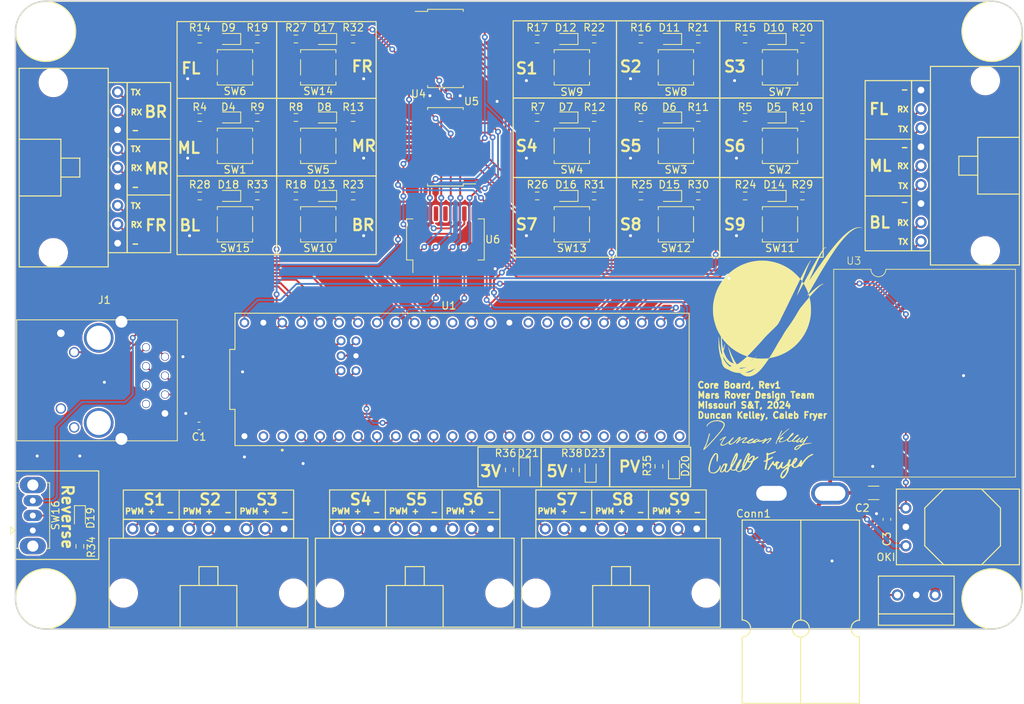
<source format=kicad_pcb>
(kicad_pcb (version 20221018) (generator pcbnew)
  (layers (0 "F.Cu" signal) (31 "B.Cu" signal) (34 "B.Paste" user) (35 "F.Paste" user) (36 "B.SilkS" user "B.Silkscreen") (37 "F.SilkS" user "F.Silkscreen") (38 "B.Mask" user) (39 "F.Mask" user) (44 "Edge.Cuts" user))
  (net 0 "")
  (net 1 "GND")
  (net 2 "Net-(C1-Pad2)")
  (net 3 "PV")
  (net 4 "+5V")
  (net 5 "FL_RX")
  (net 6 "FL_TX")
  (net 7 "ML_RX")
  (net 8 "ML_TX")
  (net 9 "BL_RX")
  (net 10 "BL_TX")
  (net 11 "FR_RX")
  (net 12 "MR_RX")
  (net 13 "MR_TX")
  (net 14 "BR_RX")
  (net 15 "ServoPWM3")
  (net 16 "ServoPWM2")
  (net 17 "ServoPWM1")
  (net 18 "ServoPWM5")
  (net 19 "ServoPWM4")
  (net 20 "ServoPWM7")
  (net 21 "ServoPWM8")
  (net 22 "ServoPWM9")
  (net 23 "NeoPixels")
  (net 24 "Net-(D4-K)")
  (net 25 "+3V3")
  (net 26 "Net-(D5-K)")
  (net 27 "Net-(D6-K)")
  (net 28 "Net-(D7-K)")
  (net 29 "Net-(D8-K)")
  (net 30 "Net-(D9-K)")
  (net 31 "Net-(D10-K)")
  (net 32 "Net-(D11-K)")
  (net 33 "Net-(D12-K)")
  (net 34 "Net-(D13-K)")
  (net 35 "Net-(D14-K)")
  (net 36 "Net-(D15-K)")
  (net 37 "Net-(D16-K)")
  (net 38 "Net-(D17-K)")
  (net 39 "Net-(D18-K)")
  (net 40 "Net-(D19-A)")
  (net 41 "Net-(D20-A)")
  (net 42 "Net-(D21-A)")
  (net 43 "Net-(D23-A)")
  (net 45 "Net-(J1-Pad10)")
  (net 47 "Net-(J1-Pad1)")
  (net 48 "Net-(J1-Pad3)")
  (net 50 "Net-(J1-Pad4)")
  (net 51 "Net-(J1-Pad6)")
  (net 52 "B1")
  (net 53 "B4")
  (net 54 "B7")
  (net 55 "B10")
  (net 56 "B13")
  (net 57 "B2")
  (net 58 "B5")
  (net 59 "B8")
  (net 60 "B11")
  (net 61 "B14")
  (net 62 "B3")
  (net 63 "B6")
  (net 64 "B9")
  (net 65 "B12")
  (net 66 "B15")
  (net 67 "ReverseSW")
  (net 70 "FR_TX")
  (net 73 "Out3")
  (net 74 "Out2")
  (net 76 "BR_TX")
  (net 80 "Out1")
  (net 81 "Out0")
  (net 86 "Net-(U4-S2)")
  (net 87 "Net-(U4-S1)")
  (net 88 "Net-(U4-S0)")
  (net 90 "Net-(U5-S2)")
  (net 91 "Net-(U5-S1)")
  (net 92 "Net-(U5-S0)")
  (net 95 "ServoPWM6")
  (net 99 "Net-(U3-Vout+)")
  (footprint "LED_SMD:LED_0603_1608Metric_Pad1.05x0.95mm_HandSolder" (layer "F.Cu") (at 154.559 47.879 180)
    (fp_text reference "D6")
    (fp_text value "BLUE")
  )
  (footprint "MRDT_Connectors:MOLEX_SL_09_Horizontal" (layer "F.Cu") (at 188.341 44.196 -90)
    (fp_text reference "Conn2" hide)
    (fp_text value "Molex_SL_09")
  )
  (footprint "MRDT_Devices:OKI_Horizontal" (layer "F.Cu") (at 186.309 105.41 90)
    (fp_text reference "U7" hide)
    (fp_text value "OKI")
  )
  (footprint "Signatures:MRDT_CalebSig_15mmx5.4mm" (layer "F.Cu") (at 166.54433 93.838527)
    (fp_text reference "G***" hide)
    (fp_text value "LOGO" hide)
  )
  (footprint "Resistor_SMD:R_0603_1608Metric_Pad0.98x0.95mm_HandSolder" (layer "F.Cu") (at 150.749 37.338 180)
    (fp_text reference "R16")
    (fp_text value "4.7k")
  )
  (footprint "Resistor_SMD:R_0603_1608Metric_Pad0.98x0.95mm_HandSolder" (layer "F.Cu") (at 150.749 47.879 180)
    (fp_text reference "R6")
    (fp_text value "4.7k")
  )
  (footprint "Button_Switch_THT:SW_Slide_1P2T_CK_OS102011MS2Q" (layer "F.Cu") (at 69.1315 103.346 90)
    (fp_text reference "SW16")
    (fp_text value "SW_SPDT")
  )
  (footprint "Button_Switch_SMD:SW_SPST_TL3305A" (layer "F.Cu") (at 96.266 62.23 180)
    (fp_text reference "SW15")
    (fp_text value "SW_Push")
  )
  (footprint "Resistor_SMD:R_0603_1608Metric_Pad0.98x0.95mm_HandSolder" (layer "F.Cu") (at 164.7444 47.879 180)
    (fp_text reference "R5")
    (fp_text value "4.7k")
  )
  (footprint "MRDT_Connectors:MOLEX_SL_09_Horizontal" (layer "F.Cu") (at 130.556 103.124 180)
    (fp_text reference "Conn5" hide)
    (fp_text value "Molex_SL_09")
  )
  (footprint "LED_SMD:LED_0603_1608Metric_Pad1.05x0.95mm_HandSolder" (layer "F.Cu") (at 108.2548 37.338 180)
    (fp_text reference "D17")
    (fp_text value "BLUE")
  )
  (footprint "Button_Switch_SMD:SW_SPST_TL3305A" (layer "F.Cu") (at 107.442 41.148 180)
    (fp_text reference "SW14")
    (fp_text value "SW_Push")
  )
  (footprint "Resistor_SMD:R_0603_1608Metric_Pad0.98x0.95mm_HandSolder" (layer "F.Cu") (at 104.4448 47.879 180)
    (fp_text reference "R8")
    (fp_text value "4.7k")
  )
  (footprint "LED_SMD:LED_0603_1608Metric_Pad1.05x0.95mm_HandSolder" (layer "F.Cu") (at 95.377 37.338 180)
    (fp_text reference "D9")
    (fp_text value "BLUE")
  )
  (footprint "MRDT_Drill_Holes:4_40_Hole" (layer "F.Cu") (at 197.866 112.522 180)
    (fp_text reference "REF**" hide)
    (fp_text value "4_40_Hole" hide)
  )
  (footprint "Button_Switch_SMD:SW_SPST_TL3305A" (layer "F.Cu") (at 141.478 62.23 180)
    (fp_text reference "SW13")
    (fp_text value "SW_Push")
  )
  (footprint "MRDT_Drill_Holes:4_40_Hole" (layer "F.Cu") (at 70.866 112.522 180)
    (fp_text reference "REF**" hide)
    (fp_text value "4_40_Hole" hide)
  )
  (footprint "Signatures:MRDT_DuncanSig_15mmx4.9mm" (layer "F.Cu") (at 166.37 90.551)
    (fp_text reference "G***" hide)
    (fp_text value "LOGO" hide)
  )
  (footprint "MRDT_Connectors:MOLEX_SL_09_Horizontal" (layer "F.Cu") (at 102.87 103.124 180)
    (fp_text reference "Conn4" hide)
    (fp_text value "Molex_SL_09")
  )
  (footprint "MRDT_Drill_Holes:4_40_Hole" (layer "F.Cu") (at 197.866 36.322 180)
    (fp_text reference "REF**" hide)
    (fp_text value "4_40_Hole" hide)
  )
  (footprint "Resistor_SMD:R_0603_1608Metric_Pad0.98x0.95mm_HandSolder" (layer "F.Cu") (at 91.5416 37.338 180)
    (fp_text reference "R14")
    (fp_text value "4.7k")
  )
  (footprint "Button_Switch_SMD:SW_SPST_TL3305A" (layer "F.Cu") (at 155.448 62.23 180)
    (fp_text reference "SW12")
    (fp_text value "SW_Push")
  )
  (footprint "LED_SMD:LED_0603_1608Metric_Pad1.05x0.95mm_HandSolder" (layer "F.Cu") (at 168.5798 37.338 180)
    (fp_text reference "D10")
    (fp_text value "BLUE")
  )
  (footprint "Resistor_SMD:R_0603_1608Metric_Pad0.98x0.95mm_HandSolder" (layer "F.Cu") (at 99.2632 47.879 180)
    (fp_text reference "R9")
    (fp_text value "100")
  )
  (footprint "Resistor_SMD:R_0603_1608Metric_Pad0.98x0.95mm_HandSolder" (layer "F.Cu") (at 133.096 95.2119 -90)
    (fp_text reference "R36")
    (fp_text value "100")
  )
  (footprint "Resistor_SMD:R_0603_1608Metric_Pad0.98x0.95mm_HandSolder" (layer "F.Cu") (at 172.4279 37.338 180)
    (fp_text reference "R20")
    (fp_text value "100")
  )
  (footprint "Resistor_SMD:R_0603_1608Metric_Pad0.98x0.95mm_HandSolder" (layer "F.Cu") (at 172.4279 47.879 180)
    (fp_text reference "R10")
    (fp_text value "100")
  )
  (footprint "Resistor_SMD:R_0603_1608Metric_Pad0.98x0.95mm_HandSolder" (layer "F.Cu") (at 99.2632 37.338 180)
    (fp_text reference "R19")
    (fp_text value "100")
  )
  (footprint "LED_SMD:LED_0603_1608Metric_Pad1.05x0.95mm_HandSolder" (layer "F.Cu") (at 140.6398 37.338 180)
    (fp_text reference "D12")
    (fp_text value "BLUE")
  )
  (footprint "Resistor_SMD:R_0603_1608Metric_Pad0.98x0.95mm_HandSolder" (layer "F.Cu") (at 99.2632 58.42 180)
    (fp_text reference "R33")
    (fp_text value "100")
  )
  (footprint "Button_Switch_SMD:SW_SPST_TL3305A" (layer "F.Cu") (at 141.478 51.689 180)
    (fp_text reference "SW4")
    (fp_text value "SW_Push")
  )
  (footprint "Capacitor_SMD:C_1206_3216Metric_Pad1.33x1.80mm_HandSolder" (layer "F.Cu") (at 181.991 98.298)
    (fp_text reference "C2")
    (fp_text value "10uF")
  )
  (footprint "LED_SMD:LED_0603_1608Metric_Pad1.05x0.95mm_HandSolder" (layer "F.Cu") (at 140.6398 58.42 180)
    (fp_text reference "D16")
    (fp_text value "BLUE")
  )
  (footprint "Resistor_SMD:R_0603_1608Metric_Pad0.98x0.95mm_HandSolder" (layer "F.Cu") (at 112.1283 58.42 180)
    (fp_text reference "R23")
    (fp_text value "100")
  )
  (footprint "Resistor_SMD:R_0603_1608Metric_Pad0.98x0.95mm_HandSolder" (layer "F.Cu") (at 104.4448 58.42 180)
    (fp_text reference "R18")
    (fp_text value "4.7k")
  )
  (footprint "Resistor_SMD:R_0603_1608Metric_Pad0.98x0.95mm_HandSolder" (layer "F.Cu") (at 172.4279 58.42 180)
    (fp_text reference "R29")
    (fp_text value "100")
  )
  (footprint "LED_SMD:LED_0603_1608Metric_Pad1.05x0.95mm_HandSolder" (layer "F.Cu") (at 155.194 94.742 90)
    (fp_text reference "D20")
    (fp_text value "Green")
  )
  (footprint "MRDT_Shields:Teensy_4_1_Ethernet" (layer "F.Cu") (at 126.746 83.058)
    (fp_text reference "U1")
    (fp_text value "Teensy4.1_DEV-16771")
  )
  (footprint "Resistor_SMD:R_0603_1608Metric_Pad0.98x0.95mm_HandSolder" (layer "F.Cu") (at 91.5416 58.42 180)
    (fp_text reference "R28")
    (fp_text value "4.7k")
  )
  (footprint "Capacitor_SMD:C_0603_1608Metric_Pad1.08x0.95mm_HandSolder" (layer "F.Cu") (at 183.769 101.854 -90)
    (fp_text reference "C3")
    (fp_text value "10uF")
  )
  (footprint "MRDT_Silkscreens:0_MRDT_Logo_20mm" (layer "F.Cu") (at 170.434 72.644)
    (fp_text reference "G***" hide)
    (fp_text value "LOGO" hide)
  )
  (footprint "Package_SO:SO-14_5.3x10.2mm_P1.27mm" (layer "F.Cu") (at 124.5108 64.262 90)
    (fp_text reference "U6")
    (fp_text value "74HC00")
  )
  (footprint "Resistor_SMD:R_0603_1608Metric_Pad0.98x0.95mm_HandSolder" (layer "F.Cu") (at 158.4452 37.338 180)
    (fp_text reference "R21")
    (fp_text value "100")
  )
  (footprint "LED_SMD:LED_0603_1608Metric_Pad1.05x0.95mm_HandSolder" (layer "F.Cu") (at 154.559 58.42 180)
    (fp_text reference "D15")
    (fp_text value "BLUE")
  )
  (footprint "LED_SMD:LED_0603_1608Metric_Pad1.05x0.95mm_HandSolder" (layer "F.Cu") (at 108.2548 58.42 180)
    (fp_text reference "D13")
    (fp_text value "BLUE")
  )
  (footprint "Button_Switch_SMD:SW_SPST_TL3305A" (layer "F.Cu") (at 141.478 41.148 180)
    (fp_text reference "SW9")
    (fp_text value "SW_Push")
  )
  (footprint "Button_Switch_SMD:SW_SPST_TL3305A" (layer "F.Cu") (at 155.448 41.148 180)
    (fp_text reference "SW8")
    (fp_text value "SW_Push")
  )
  (footprint "Capacitor_SMD:C_0603_1608Metric_Pad1.08x0.95mm_HandSolder" (layer "F.Cu") (at 91.44 89.3064 180)
    (fp_text reference "C1")
    (fp_text value "0.1uF")
  )
  (footprint "Resistor_SMD:R_0603_1608Metric_Pad0.98x0.95mm_HandSolder" (layer "F.Cu") (at 141.9715 95.25 90)
    (fp_text reference "R38")
    (fp_text value "300")
  )
  (footprint "LED_SMD:LED_0603_1608Metric_Pad1.05x0.95mm_HandSolder" (layer "F.Cu") (at 135.128 95.25 -90)
    (fp_text reference "D21")
    (fp_text value "Green")
  )
  (footprint "Resistor_SMD:R_0603_1608Metric_Pad0.98x0.95mm_HandSolder" (layer "F.Cu") (at 91.5416 47.879 180)
    (fp_text reference "R4")
    (fp_text value "4.7k")
  )
  (footprint "LED_SMD:LED_0603_1608Metric_Pad1.05x0.95mm_HandSolder" (layer "F.Cu") (at 168.5798 47.879 180)
    (fp_text reference "D5")
    (fp_text value "BLUE")
  )
  (footprint "Resistor_SMD:R_0603_1608Metric_Pad0.98x0.95mm_HandSolder" (layer "F.Cu") (at 158.4452 58.42 180)
    (fp_text reference "R30")
    (fp_text value "100")
  )
  (footprint "LED_SMD:LED_0603_1608Metric_Pad1.05x0.95mm_HandSolder" (layer "F.Cu") (at 108.2548 47.879 180)
    (fp_text reference "D8")
    (fp_text value "BLUE")
  )
  (footprint "Resistor_SMD:R_0603_1608Metric_Pad0.98x0.95mm_HandSolder" (layer "F.Cu") (at 112.1283 37.338 180)
    (fp_text reference "R32")
    (fp_text value "100")
  )
  (footprint "Resistor_SMD:R_0603_1608Metric_Pad0.98x0.95mm_HandSolder" (layer "F.Cu") (at 104.4448 37.338 180)
    (fp_text reference "R27")
    (fp_text value "4.7k")
  )
  (footprint "Package_SO:SOIC-16_4.55x10.3mm_P1.27mm" (layer "F.Cu") (at 124.5108 38.608)
    (fp_text reference "U4")
    (fp_text value "74HC148")
  )
  (footprint "Resistor_SMD:R_0603_1608Metric_Pad0.98x0.95mm_HandSolder" (layer "F.Cu") (at 158.4452 47.879 180)
    (fp_text reference "R11")
    (fp_text value "100")
  )
  (footprint "Resistor_SMD:R_0603_1608Metric_Pad0.98x0.95mm_HandSolder" (layer "F.Cu") (at 136.8298 47.879 180)
    (fp_text reference "R7")
    (fp_text value "4.7k")
  )
  (footprint "LED_SMD:LED_0603_1608Metric_Pad1.05x0.95mm_HandSolder" (layer "F.Cu") (at 154.559 37.338 180)
    (fp_text reference "D11")
    (fp_text value "BLUE")
  )
  (footprint "LED_SMD:LED_0603_1608Metric_Pad1.05x0.95mm_HandSolder" (layer "F.Cu") (at 140.6398 47.879 180)
    (fp_text reference "D7")
    (fp_text value "BLUE")
  )
  (footprint "Resistor_SMD:R_0603_1608Metric_Pad0.98x0.95mm_HandSolder" (layer "F.Cu") (at 164.7444 37.338 180)
    (fp_text reference "R15")
    (fp_text value "4.7k")
  )
  (footprint "MRDT_Connectors:MOLEX_SL_03_Vertical" (layer "F.Cu") (at 190.246 112.014 180)
    (fp_text reference "Conn7" hide)
    (fp_text value "Molex_SL_03")
  )
  (footprint "Package_SO:SOIC-16_4.55x10.3mm_P1.27mm" (layer "F.Cu") (at 124.5108 51.816 180)
    (fp_text reference "U5")
    (fp_text value "74HC148")
  )
  (footprint "Button_Switch_SMD:SW_SPST_TL3305A" (layer "F.Cu") (at 107.442 51.689 180)
    (fp_text reference "SW5")
    (fp_text value "SW_Push")
  )
  (footprint "LED_SMD:LED_0603_1608Metric_Pad1.05x0.95mm_HandSolder" (layer "F.Cu") (at 95.377 47.879 180)
    (fp_text reference "D4")
    (fp_text value "BLUE")
  )
  (footprint "Resistor_SMD:R_0603_1608Metric_Pad0.98x0.95mm_HandSolder" (layer "F.Cu") (at 164.7444 58.42 180)
    (fp_text reference "R24")
    (fp_text value "4.7k")
  )
  (footprint "LED_SMD:LED_0603_1608Metric_Pad1.05x0.95mm_HandSolder" (layer "F.Cu") (at 168.5798 58.42 180)
    (fp_text reference "D14")
    (fp_text value "BLUE")
  )
  (footprint "Button_Switch_SMD:SW_SPST_TL3305A" (layer "F.Cu") (at 169.418 51.689 180)
    (fp_text reference "SW2")
    (fp_text value "SW_Push")
  )
  (footprint "Button_Switch_SMD:SW_SPST_TL3305A" (layer "F.Cu") (at 155.448 51.689 180)
    (fp_text reference "SW3")
    (fp_text value "SW_Push")
  )
  (footprint "Resistor_SMD:R_0603_1608Metric_Pad0.98x0.95mm_HandSolder" (layer "F.Cu") (at 112.1283 47.879 180)
    (fp_text reference "R13")
    (fp_text value "100")
  )
  (footprint "Resistor_SMD:R_0603_1608Metric_Pad0.98x0.95mm_HandSolder" (layer "F.Cu") (at 136.8298 37.338 180)
    (fp_text reference "R17")
    (fp_text value "4.7k")
  )
  (footprint "MRDT_Connectors:RJ45_Teensy" (layer "F.Cu") (at 64.978 83.31 -90)
    (fp_text reference "J1")
    (fp_text value "RJ45_LED_Shielded")
  )
  (footprint "MRDT_Connectors:Square_Anderson_2_H_Side_By_Side_PV" (layer "F.Cu") (at 167.975 98.2382 90)
    (fp_text reference "Conn1")
    (fp_text value "AndersonPP")
  )
  (footprint "Button_Switch_SMD:SW_SPST_TL3305A" (layer "F.Cu") (at 96.266 41.148 180)
    (fp_text reference "SW6")
    (fp_text value "SW_Push")
  )
  (footprint "MRDT_Connectors:MOLEX_SL_09_Horizontal" (layer "F.Cu") (at 158.242 103.124 180)
    (fp_text reference "Conn6" hide)
    (fp_text value "Molex_SL_09")
  )
  (footprint "LED_SMD:LED_0603_1608Metric_Pad1.05x0.95mm_HandSolder" (layer "F.Cu") (at 75.4505 101.679 -90)
    (fp_text reference "D19")
    (fp_text value "BLUE")
  )
  (footprint "Resistor_SMD:R_0603_1608Metric_Pad0.98x0.95mm_HandSolder" (layer "F.Cu") (at 144.4752 58.42 180)
    (fp_text reference "R31")
    (fp_text value "100")
  )
  (footprint "Resistor_SMD:R_0603_1608Metric_Pad0.98x0.95mm_HandSolder" (layer "F.Cu") (at 144.4752 47.879 180)
    (fp_text reference "R12")
    (fp_text value "100")
  )
  (footprint "Resistor_SMD:R_0603_1608Metric_Pad0.98x0.95mm_HandSolder" (layer "F.Cu") (at 75.4505 105.4795 -90)
    (fp_text reference "R34")
    (fp_text value "100")
  )
  (footprint "MRDT_Drill_Holes:4_40_Hole" (layer "F.Cu") (at 70.866 36.322 180)
    (fp_text reference "REF**" hide)
    (fp_text value "4_40_Hole" hide)
  )
  (footprint "Resistor_SMD:R_0603_1608Metric_Pad0.98x0.95mm_HandSolder" (layer "F.Cu") (at 153.162 94.742 90)
    (fp_text reference "R35")
    (fp_text value "3k")
  )
  (footprint "Button_Switch_SMD:SW_SPST_TL3305A" (layer "F.Cu") (at 169.418 62.23 180)
    (fp_text reference "SW11")
    (fp_text value "SW_Push")
  )
  (footprint "LED_SMD:LED_0603_1608Metric_Pad1.05x0.95mm_HandSolder" (layer "F.Cu") (at 95.377 58.42 180)
    (fp_text reference "D18")
    (fp_text value "BLUE")
  )
  (footprint "Button_Switch_SMD:SW_SPST_TL3305A" (layer "F.Cu") (at 169.418 41.148 180)
    (fp_text reference "SW7")
    (fp_text value "SW_Push")
  )
  (footprint "LED_SMD:LED_0603_1608Metric_Pad1.05x0.95mm_HandSolder" (layer "F.Cu") (at 144.0035 95.2119 90)
    (fp_text reference "D23")
    (fp_text value "Green")
  )
  (footprint "Resistor_SMD:R_0603_1608Metric_Pad0.98x0.95mm_HandSolder" (layer "F.Cu") (at 150.749 58.42 180)
    (fp_text reference "R25")
    (fp_text value "4.7k")
  )
  (footprint "Button_Switch_SMD:SW_SPST_TL3305A" (layer "F.Cu") (at 107.442 62.23 180)
    (fp_text reference "SW10")
    (fp_text value "SW_Push")
  )
  (footprint "Resistor_SMD:R_0603_1608Metric_Pad0.98x0.95mm_HandSolder" (layer "F.Cu") (at 144.4752 37.338 180)
    (fp_text reference "R22")
    (fp_text value "100")
  )
  (footprint "MRDT_Connectors:MOLEX_SL_09_Horizontal" (layer "F.Cu") (at 80.518 64.77 90)
    (fp_text reference "Conn3" hide)
    (fp_text value "Molex_SL_09")
  )
  (footprint "MRDT_Devices:SHHD003A0A-SRZ" (layer "F.Cu") (at 176.622 68.2682 -90)
    (fp_text reference "U3")
    (fp_text value "SHHD003A0A")
  )
  (footprint "Resistor_SMD:R_0603_1608Metric_Pad0.98x0.95mm_HandSolder" (layer "F.Cu") (at 136.8298 58.42 180)
    (fp_text reference "R26")
    (fp_text value "4.7k")
  )
  (footprint "Button_Switch_SMD:SW_SPST_TL3305A" (layer "F.Cu") (at 96.266 51.689 180)
    (fp_text reference "SW1")
    (fp_text value "SW_Push")
  )
  (gr_rect (start 88.4936 45.3136) (end 101.854 55.7276) (stroke (width 0.15)) (fill none) (layer "F.SilkS"))
  (gr_rect (start 180.848 42.926) (end 187.071 65.786) (stroke (width 0.15)) (fill none) (layer "F.SilkS"))
  (gr_rect (start 101.854 35.0012) (end 115.2144 45.3136) (stroke (width 0.15)) (fill none) (layer "F.SilkS"))
  (gr_rect (start 147.4724 45.2628) (end 161.3408 55.9308) (stroke (width 0.15)) (fill none) (layer "F.SilkS"))
  (gr_rect (start 161.3408 55.9308) (end 175.2092 66.6496) (stroke (width 0.15)) (fill none) (layer "F.SilkS"))
  (gr_line (start 144.145 97.9043) (end 144.145 101.8413) (stroke (width 0.15)) (layer "F.SilkS"))
  (gr_line (start 116.459 97.9043) (end 116.459 101.8413) (stroke (width 0.15)) (layer "F.SilkS"))
  (gr_rect (start 108.966 97.9043) (end 131.826 101.8413) (stroke (width 0.15)) (fill none) (layer "F.SilkS"))
  (gr_line (start 180.848 58.42) (end 187.071 58.42) (stroke (width 0.15)) (layer "F.SilkS"))
  (gr_rect (start 128.8796 92.1512) (end 137.3632 97.4852) (stroke (width 0.15)) (fill none) (layer "F.SilkS"))
  (gr_rect (start 161.3408 45.2628) (end 175.2092 55.9308) (stroke (width 0.15)) (fill none) (layer "F.SilkS"))
  (gr_line (start 180.848 50.8) (end 187.071 50.8) (stroke (width 0.15)) (layer "F.SilkS"))
  (gr_rect (start 133.604 55.9308) (end 147.4724 66.6496) (stroke (width 0.15)) (fill none) (layer "F.SilkS"))
  (gr_rect (start 136.652 97.9043) (end 159.512 101.8413) (stroke (width 0.15)) (fill none) (layer "F.SilkS"))
  (gr_line (start 96.393 97.917) (end 96.393 101.854) (stroke (width 0.15)) (layer "F.SilkS"))
  (gr_rect (start 133.604 34.8996) (end 147.4724 45.2628) (stroke (width 0.15)) (fill none) (layer "F.SilkS"))
  (gr_rect (start 133.604 45.2628) (end 147.4724 55.9308) (stroke (width 0.15)) (fill none) (layer "F.SilkS"))
  (gr_line (start 124.079 97.9043) (end 124.079 101.8413) (stroke (width 0.15)) (layer "F.SilkS"))
  (gr_rect (start 147.4724 55.9308) (end 161.3408 66.6496) (stroke (width 0.15)) (fill none) (layer "F.SilkS"))
  (gr_line (start 81.788 58.293) (end 87.63 58.293) (stroke (width 0.15)) (layer "F.SilkS"))
  (gr_rect (start 88.4936 35.0012) (end 101.854 45.3136) (stroke (width 0.15)) (fill none) (layer "F.SilkS"))
  (gr_rect (start 81.28 97.917) (end 104.14 101.854) (stroke (width 0.15)) (fill none) (layer "F.SilkS"))
  (gr_rect (start 101.854 55.7276) (end 115.2144 66.294) (stroke (width 0.15)) (fill none) (layer "F.SilkS"))
  (gr_rect (start 66.802 95.3516) (end 77.978 107.2388) (stroke (width 0.15)) (fill none) (layer "F.SilkS"))
  (gr_rect (start 101.854 45.3136) (end 115.2144 55.7276) (stroke (width 0.15)) (fill none) (layer "F.SilkS"))
  (gr_rect (start 88.4936 55.7276) (end 101.854 66.294) (stroke (width 0.15)) (fill none) (layer "F.SilkS"))
  (gr_line (start 88.773 97.917) (end 88.773 101.854) (stroke (width 0.15)) (layer "F.SilkS"))
  (gr_rect (start 81.788 43.18) (end 87.63 66.04) (stroke (width 0.15)) (fill none) (layer "F.SilkS"))
  (gr_rect (start 137.3632 92.1512) (end 146.558 97.4852) (stroke (width 0.15)) (fill none) (layer "F.SilkS"))
  (gr_rect (start 147.4724 34.8996) (end 161.3408 45.2628) (stroke (width 0.15)) (fill none) (layer "F.SilkS"))
  (gr_line (start 81.788 50.8) (end 87.63 50.8) (stroke (width 0.15)) (layer "F.SilkS"))
  (gr_line (start 151.765 97.9043) (end 151.765 101.8413) (stroke (width 0.15)) (layer "F.SilkS"))
  (gr_rect (start 161.3408 34.8996) (end 175.2092 45.2628) (stroke (width 0.15)) (fill none) (layer "F.SilkS"))
  (gr_rect (start 146.558 92.1512) (end 157.4292 97.4852) (stroke (width 0.15)) (fill none) (layer "F.SilkS"))
  (gr_line (start 197.866 116.586) (end 70.866 116.586) (stroke (width 0.2)) (layer "Edge.Cuts"))
  (gr_line (start 197.786318 32.258) (end 70.866 32.258) (stroke (width 0.2)) (layer "Edge.Cuts"))
  (gr_line (start 201.93 112.522) (end 201.93 36.401682) (stroke (width 0.2)) (layer "Edge.Cuts"))
  (gr_arc (start 197.786318 32.258) (mid 200.716344 33.471656) (end 201.93 36.401682) (stroke (width 0.2)) (layer "Edge.Cuts"))
  (gr_arc (start 201.93 112.522) (mid 200.739682 115.395682) (end 197.866 116.586) (stroke (width 0.2)) (layer "Edge.Cuts"))
  (gr_arc (start 66.802 36.322) (mid 67.992318 33.448318) (end 70.866 32.258) (stroke (width 0.2)) (layer "Edge.Cuts"))
  (gr_line (start 66.802 112.522) (end 66.802 36.322) (stroke (width 0.2)) (layer "Edge.Cuts"))
  (gr_arc (start 70.866 116.586) (mid 67.992318 115.395682) (end 66.802 112.522) (stroke (width 0.2)) (layer "Edge.Cuts"))
  (gr_text "-" (at 157.734 101.3333) (layer "F.SilkS") (effects (font (size 0.762 0.762) (thickness 0.1905) bold) (justify left bottom)))
  (gr_text "ML" (at 88.392 52.832) (layer "F.SilkS") (effects (font (size 1.5 1.5) (thickness 0.3) bold) (justify left bottom)))
  (gr_text "RX" (at 185.039 62.484) (layer "F.SilkS") (effects (font (size 0.762 0.762) (thickness 0.1905) bold) (justify left bottom)))
  (gr_text "-" (at 86.995 101.346) (layer "F.SilkS") (effects (font (size 0.762 0.762) (thickness 0.1905) bold) (justify left bottom)))
  (gr_text "+" (at 112.141 101.2063) (layer "F.SilkS") (effects (font (size 0.762 0.762) (thickness 0.1905) bold) (justify left bottom)))
  (gr_text "ML" (at 181.229 55.245) (layer "F.SilkS") (effects (font (size 1.5 1.5) (thickness 0.3) bold) (justify left bottom)))
  (gr_text "-" (at 82.296 57.658) (layer "F.SilkS") (effects (font (size 0.762 0.762) (thickness 0.1905) bold) (justify left bottom)))
  (gr_text "BR" (at 83.947 48.006) (layer "F.SilkS") (effects (font (size 1.5 1.5) (thickness 0.3) bold) (justify left bottom)))
  (gr_text "RX" (at 185.039 54.864) (layer "F.SilkS") (effects (font (size 0.762 0.762) (thickness 0.1905) bold) (justify left bottom)))
  (gr_text "TX" (at 82.169 44.958) (layer "F.SilkS") (effects (font (size 0.762 0.762) (thickness 0.1905) bold) (justify left bottom)))
  (gr_text "BL" (at 181.229 62.865) (layer "F.SilkS") (effects (font (size 1.5 1.5) (thickness 0.3) bold) (justify left bottom)))
  (gr_text "Core Board, Rev1\nMars Rover Design Team\nMissouri S&T, 2024\nDuncan Kelley, Caleb Fryer" (at 158.242 85.852) (layer "F.SilkS") (effects (font (size 0.8382 0.8382) (thickness 0.20955)) (justify left)))
  (gr_text "5V" (at 137.922 96.266) (layer "F.SilkS") (effects (font (size 1.5 1.5) (thickness 0.3) bold) (justify left bottom)))
  (gr_text "S6" (at 126.619 100.0633) (layer "F.SilkS") (effects (font (size 1.5 1.5) (thickness 0.3) bold) (justify left bottom)))
  (gr_text "S9" (at 154.305 100.0633) (layer "F.SilkS") (effects (font (size 1.5 1.5) (thickness 0.3) bold) (justify left bottom)))
  (gr_text "BL" (at 88.646 63.246) (layer "F.SilkS") (effects (font (size 1.5 1.5) (thickness 0.3) bold) (justify left bottom)))
  (gr_text "MR" (at 111.76 52.578) (layer "F.SilkS") (effects (font (size 1.5 1.5) (thickness 0.3) bold) (justify left bottom)))
  (gr_text "+" (at 155.194 101.2063) (layer "F.SilkS") (effects (font (size 0.762 0.762) (thickness 0.1905) bold) (justify left bottom)))
  (gr_text "FR" (at 111.76 41.91) (layer "F.SilkS") (effects (font (size 1.5 1.5) (thickness 0.3) bold) (justify left bottom)))
  (gr_text "-" (at 94.742 101.346) (layer "F.SilkS") (effects (font (size 0.762 0.762) (thickness 0.1905) bold) (justify left bottom)))
  (gr_text "-" (at 114.681 101.3333) (layer "F.SilkS") (effects (font (size 0.762 0.762) (thickness 0.1905) bold) (justify left bottom)))
  (gr_text "S4" (at 133.7945 52.578) (layer "F.SilkS") (effects (font (size 1.5 1.5) (thickness 0.3) bold) (justify left bottom)))
  (gr_text "+" (at 84.455 101.219) (layer "F.SilkS") (effects (font (size 0.762 0.762) (thickness 0.1905) bold) (justify left bottom)))
  (gr_text "-" (at 142.367 101.3333) (layer "F.SilkS") (effects (font (size 0.762 0.762) (thickness 0.1905) bold) (justify left bottom)))
  (gr_text "TX" (at 185.166 65.024) (layer "F.SilkS") (effects (font (size 0.762 0.762) (thickness 0.1905) bold) (justify left bottom)))
  (gr_text "RX" (at 185.039 47.244) (layer "F.SilkS") (effects (font (size 0.762 0.762) (thickness 0.1905) bold) (justify left bottom)))
  (gr_text "PWM" (at 81.407 101.219) (layer "F.SilkS") (effects (font (size 0.762 0.762) (thickness 0.1905) bold) (justify left bottom)))
  (gr_text "PWM" (at 144.526 101.2063) (layer "F.SilkS") (effects (font (size 0.762 0.762) (thickness 0.1905) bold) (justify left bottom)))
  (gr_text "Reverse" (at 72.9105 96.994 270) (layer "F.SilkS") (effects (font (size 1.5 1.5) (thickness 0.3) bold) (justify left bottom)))
  (gr_text "-" (at 82.296 65.278) (layer "F.SilkS") (effects (font (size 0.762 0.762) (thickness 0.1905) bold) (justify left bottom)))
  (gr_text "-" (at 185.547 44.577) (layer "F.SilkS") (effects (font (size 0.762 0.762) (thickness 0.1905) bold) (justify left bottom)))
  (gr_text "PWM" (at 96.774 101.219) (layer "F.SilkS") (effects (font (size 0.762 0.762) (thickness 0.1905) bold) (justify left bottom)))
  (gr_text "FL" (at 88.9 42.164) (layer "F.SilkS") (effects (font (size 1.5 1.5) (thickness 0.3) bold) (justify left bottom)))
  (gr_text "S7" (at 139.192 100.0633) (layer "F.SilkS") (effects (font (size 1.5 1.5) (thickness 0.3) bold) (justify left bottom)))
  (gr_text "-" (at 82.296 50.038) (layer "F.SilkS") (effects (font (size 0.762 0.762) (thickness 0.1905) bold) (justify left bottom)))
  (gr_text "PWM" (at 89.154 101.219) (layer "F.SilkS") (effects (font (size 0.762 0.762) (thickness 0.1905) bold) (justify left bottom)))
  (gr_text "S8" (at 146.685 100.0633) (layer "F.SilkS") (effects (font (size 1.5 1.5) (thickness 0.3) bold) (justify left bottom)))
  (gr_text "-" (at 130.048 101.3333) (layer "F.SilkS") (effects (font (size 0.762 0.762) (thickness 0.1905) bold) (justify left bottom)))
  (gr_text "RX" (at 82.169 62.738) (layer "F.SilkS") (effects (font (size 0.762 0.762) (thickness 0.1905) bold) (justify left bottom)))
  (gr_text "+" (at 127.508 101.2063) (layer "F.SilkS") (effects (font (size 0.762 0.762) (thickness 0.1905) bold) (justify left bottom)))
  (gr_text "3V" (at 129.032 96.266) (layer "F.SilkS") (effects (font (size 1.5 1.5) (thickness 0.3) bold) (justify left bottom)))
  (gr_text "-" (at 102.362 101.346) (layer "F.SilkS") (effects (font (size 0.762 0.762) (thickness 0.1905) bold) (justify left bottom)))
  (gr_text "S1" (at 83.82 100.076) (layer "F.SilkS") (effects (font (size 1.5 1.5) (thickness 0.3) bold) (justify left bottom)))
  (gr_text "PWM" (at 116.84 101.2063) (layer "F.SilkS") (effects (font (size 0.762 0.762) (thickness 0.1905) bold) (justify left bottom)))
  (gr_text "MR" (at 83.947 55.626) (layer "F.SilkS") (effects (font (size 1.5 1.5) (thickness 0.3) bold) (justify left bottom)))
  (gr_text "S5" (at 147.7645 52.578) (layer "F.SilkS") (effects (font (size 1.5 1.5) (thickness 0.3) bold) (justify left bottom)))
  (gr_text "RX" (at 82.169 47.625) (layer "F.SilkS") (effects (font (size 0.762 0.762) (thickness 0.1905) bold) (justify left bottom)))
  (gr_text "-" (at 185.547 59.69) (layer "F.SilkS") (effects (font (size 0.762 0.762) (thickness 0.1905) bold) (justify left bottom)))
  (gr_text "S2" (at 147.7645 41.91) (layer "F.SilkS") (effects (font (size 1.5 1.5) (thickness 0.3) bold) (justify left bottom)))
  (gr_text "-" (at 122.428 101.3333) (layer "F.SilkS") (effects (font (size 0.762 0.762) (thickness 0.1905) bold) (justify left bottom)))
  (gr_text "FR" (at 84.074 63.246) (layer "F.SilkS") (effects (font (size 1.5 1.5) (thickness 0.3) bold) (justify left bottom)))
  (gr_text "+" (at 119.888 101.2063) (layer "F.SilkS") (effects (font (size 0.762 0.762) (thickness 0.1905) bold) (justify left bottom)))
  (gr_text "FL" (at 181.229 47.625) (layer "F.SilkS") (effects (font (size 1.5 1.5) (thickness 0.3) bold) (justify left bottom)))
  (gr_text "S5" (at 118.999 100.0633) (layer "F.SilkS") (effects (font (size 1.5 1.5) (thickness 0.3) bold) (justify left bottom)))
  (gr_text "+" (at 147.574 101.2063) (layer "F.SilkS") (effects (font (size 0.762 0.762) (thickness 0.1905) bold) (justify left bottom)))
  (gr_text "TX" (at 82.169 52.578) (layer "F.SilkS") (effects (font (size 0.762 0.762) (thickness 0.1905) bold) (justify left bottom)))
  (gr_text "+" (at 92.202 101.219) (layer "F.SilkS") (effects (font (size 0.762 0.762) (thickness 0.1905) bold) (justify left bottom)))
  (gr_text "PV" (at 147.6248 95.6564) (layer "F.SilkS") (effects (font (size 1.5 1.5) (thickness 0.3) bold) (justify left bottom)))
  (gr_text "S6" (at 161.7345 52.578) (layer "F.SilkS") (effects (font (size 1.5 1.5) (thickness 0.3) bold) (justify left bottom)))
  (gr_text "PWM" (at 109.093 101.2063) (layer "F.SilkS") (effects (font (size 0.762 0.762) (thickness 0.1905) bold) (justify left bottom)))
  (gr_text "TX" (at 185.166 57.531) (layer "F.SilkS") (effects (font (size 0.762 0.762) (thickness 0.1905) bold) (justify left bottom)))
  (gr_text "TX" (at 82.169 60.198) (layer "F.SilkS") (effects (font (size 0.762 0.762) (thickness 0.1905) bold) (justify left bottom)))
  (gr_text "TX" (at 185.166 49.911) (layer "F.SilkS") (effects (font (size 0.762 0.762) (thickness 0.1905) bold) (justify left bottom)))
  (gr_text "RX" (at 82.169 55.118) (layer "F.SilkS") (effects (font (size 0.762 0.762) (thickness 0.1905) bold) (justify left bottom)))
  (gr_text "PWM" (at 136.779 101.2063) (layer "F.SilkS") (effects (font (size 0.762 0.762) (thickness 0.1905) bold) (justify left bottom)))
  (gr_text "PWM" (at 124.46 101.2063) (layer "F.SilkS") (effects (font (size 0.762 0.762) (thickness 0.1905) bold) (justify left bottom)))
  (gr_text "BR" (at 111.76 63.196) (layer "F.SilkS") (effects (font (size 1.5 1.5) (thickness 0.3) bold) (justify left bottom)))
  (gr_text "S8" (at 147.7645 63.119) (layer "F.SilkS") (effects (font (size 1.5 1.5) (thickness 0.3) bold) (justify left bottom)))
  (gr_text "-" (at 150.114 101.3333) (layer "F.SilkS") (effects (font (size 0.762 0.762) (thickness 0.1905) bold) (justify left bottom)))
  (gr_text "S3" (at 161.7345 41.91) (layer "F.SilkS") (effects (font (size 1.5 1.5) (thickness 0.3) bold) (justify left bottom)))
  (gr_text "PWM" (at 152.146 101.2063) (layer "F.SilkS") (effects (font (size 0.762 0.762) (thickness 0.1905) bold) (justify left bottom)))
  (gr_text "S3" (at 98.933 100.076) (layer "F.SilkS") (effects (font (size 1.5 1.5) (thickness 0.3) bold) (justify left bottom)))
  (gr_text "+" (at 139.827 101.2063) (layer "F.SilkS") (effects (font (size 0.762 0.762) (thickness 0.1905) bold) (justify left bottom)))
  (gr_text "+" (at 99.822 101.219) (layer "F.SilkS") (effects (font (size 0.762 0.762) (thickness 0.1905) bold) (justify left bottom)))
  (gr_text "S2" (at 91.313 100.076) (layer "F.SilkS") (effects (font (size 1.5 1.5) (thickness 0.3) bold) (justify left bottom)))
  (gr_text "-" (at 185.547 52.324) (layer "F.SilkS") (effects (font (size 0.762 0.762) (thickness 0.1905) bold) (justify left bottom)))
  (gr_text "S1" (at 133.7945 42.164) (layer "F.SilkS") (effects (font (size 1.5 1.5) (thickness 0.3) bold) (justify left bottom)))
  (gr_text "S4" (at 111.506 100.0633) (layer "F.SilkS") (effects (font (size 1.5 1.5) (thickness 0.3) bold) (justify left bottom)))
  (gr_text "S9" (at 161.7345 63.119) (layer "F.SilkS") (effects (font (size 1.5 1.5) (thickness 0.3) bold) (justify left bottom)))
  (gr_text "S7" (at 133.7945 63.119) (layer "F.SilkS") (effects (font (size 1.5 1.5) (thickness 0.3) bold) (justify left bottom)))
  (via (at 113.538 53.34) (size 0.8) (drill 0.4) (layers "F.Cu" "B.Cu") (net 1))
  (via (at 181.864 94.742) (size 0.8) (drill 0.4) (layers "F.Cu" "B.Cu") (net 1))
  (via (at 89.662 87.63) (size 0.8) (drill 0.4) (layers "F.Cu" "B.Cu") (net 1))
  (via (at 149.352 63.754) (size 0.8) (drill 0.4) (layers "F.Cu" "B.Cu") (net 1))
  (via (at 176.403 107.442) (size 0.8) (drill 0.4) (layers "F.Cu" "B.Cu") (net 1))
  (via (at 97.282 82.042) (size 0.8) (drill 0.4) (layers "F.Cu" "B.Cu") (net 1))
  (via (at 149.352 53.34) (size 0.8) (drill 0.4) (layers "F.Cu" "B.Cu") (net 1))
  (via (at 149.352 42.672) (size 0.8) (drill 0.4) (layers "F.Cu" "B.Cu") (net 1))
  (via (at 131.445 45.72) (size 0.8) (drill 0.4) (layers "F.Cu" "B.Cu") (net 1))
  (via (at 131.191 68.199) (size 0.8) (drill 0.4) (layers "F.Cu" "B.Cu") (net 1))
  (via (at 89.916 53.34) (size 0.8) (drill 0.4) (layers "F.Cu" "B.Cu") (net 1))
  (via (at 163.576 63.754) (size 0.8) (drill 0.4) (layers "F.Cu" "B.Cu") (net 1))
  (via (at 163.576 53.34) (size 0.8) (drill 0.4) (layers "F.Cu" "B.Cu") (net 1))
  (via (at 78.74 83.439) (size 0.8) (drill 0.4) (layers "F.Cu" "B.Cu") (net 1))
  (via (at 113.538 63.754) (size 0.8) (drill 0.4) (layers "F.Cu" "B.Cu") (net 1))
  (via (at 113.538 42.672) (size 0.8) (drill 0.4) (layers "F.Cu" "B.Cu") (net 1))
  (via (at 163.322 42.926) (size 0.8) (drill 0.4) (layers "F.Cu" "B.Cu") (net 1))
  (via (at 105.41 94.361) (size 0.8) (drill 0.4) (layers "F.Cu" "B.Cu") (net 1))
  (via (at 194.056 82.55) (size 0.8) (drill 0.4) (layers "F.Cu" "B.Cu") (net 1))
  (via (at 135.382 53.34) (size 0.8) (drill 0.4) (layers "F.Cu" "B.Cu") (net 1))
  (via (at 122.428 44.958) (size 0.8) (drill 0.4) (layers "F.Cu" "B.Cu") (net 1))
  (via (at 135.382 63.754) (size 0.8) (drill 0.4) (layers "F.Cu" "B.Cu") (net 1))
  (via (at 182.372 101.092) (size 0.8) (drill 0.4) (layers "F.Cu" "B.Cu") (net 1))
  (via (at 135.382 42.926) (size 0.8) (drill 0.4) (layers "F.Cu" "B.Cu") (net 1))
  (via (at 97.536 93.472) (size 0.8) (drill 0.4) (layers "F.Cu" "B.Cu") (net 1))
  (via (at 90.17 63.754) (size 0.8) (drill 0.4) (layers "F.Cu" "B.Cu") (net 1))
  (via (at 69.723 93.345) (size 0.8) (drill 0.4) (layers "F.Cu" "B.Cu") (net 1))
  (via (at 89.916 42.672) (size 0.8) (drill 0.4) (layers "F.Cu" "B.Cu") (net 1))
  (via (at 75.438 93.345) (size 0.8) (drill 0.4) (layers "F.Cu" "B.Cu") (net 1))
  (via (at 126.492 44.958) (size 0.8) (drill 0.4) (layers "F.Cu" "B.Cu") (net 1))
  (via (at 89.281 80.01) (size 0.8) (drill 0.4) (layers "F.Cu" "B.Cu") (net 1))
  (segment (start 83.003 83.765) (end 84.328 85.09) (width 0.25) (layer "F.Cu") (net 2))
  (segment (start 83.933 77.865) (end 83.003 78.795) (width 0.25) (layer "F.Cu") (net 2))
  (segment (start 86.868 80.01) (end 84.723 77.865) (width 0.25) (layer "F.Cu") (net 2))
  (segment (start 84.328 85.09) (end 85.630563 86.392563) (width 0.25) (layer "F.Cu") (net 2))
  (segment (start 83.003 78.795) (end 83.003 83.765) (width 0.25) (layer "F.Cu") (net 2))
  (segment (start 85.630563 86.392563) (end 85.630563 88.424563) (width 0.25) (layer "F.Cu") (net 2))
  (segment (start 84.328 85.09) (end 84.328 83.82) (width 0.25) (layer "F.Cu") (net 2))
  (segment (start 85.630563 88.424563) (end 86.5124 89.3064) (width 0.25) (layer "F.Cu") (net 2))
  (segment (start 84.723 77.865) (end 83.933 77.865) (width 0.25) (layer "F.Cu") (net 2))
  (segment (start 86.5124 89.3064) (end 90.5775 89.3064) (width 0.25) (layer "F.Cu") (net 2))
  (segment (start 176.149 82.2412) (end 186.322 72.0682) (width 0.508) (layer "F.Cu") (net 3))
  (segment (start 154.5355 97.028) (end 153.162 95.6545) (width 0.508) (layer "F.Cu") (net 3))
  (segment (start 176.149 98.3628) (end 173.195629 101.316171) (width 0.508) (layer "F.Cu") (net 3))
  (segment (start 173.195629 101.316171) (end 165.129829 101.316171) (width 0.508) (layer "F.Cu") (net 3))
  (segment (start 176.149 98.3628) (end 176.149 82.2412) (width 0.508) (layer "F.Cu") (net 3))
  (segment (start 160.841658 97.028) (end 154.5355 97.028) (width 0.508) (layer "F.Cu") (net 3))
  (segment (start 180.4285 101.1805) (end 181.102 101.854) (width 0.508) (layer "F.Cu") (net 3))
  (segment (start 165.129829 101.316171) (end 160.841658 97.028) (width 0.508) (layer "F.Cu") (net 3))
  (segment (start 180.4285 98.298) (end 180.4285 101.1805) (width 0.508) (layer "F.Cu") (net 3))
  (segment (start 180.4285 98.298) (end 176.2138 98.298) (width 0.508) (layer "F.Cu") (net 3))
  (via (at 181.102 101.854) (size 0.8) (drill 0.4) (layers "F.Cu" "B.Cu") (net 3))
  (segment (start 184.658 105.41) (end 186.309 105.41) (width 0.508) (layer "B.Cu") (net 3))
  (segment (start 181.102 101.854) (end 184.658 105.41) (width 0.508) (layer "B.Cu") (net 3))
  (segment (start 140.462 103.124) (end 142.24 104.902) (width 0.254) (layer "F.Cu") (net 4))
  (segment (start 122.428 104.902) (end 130.048 104.902) (width 0.254) (layer "F.Cu") (net 4))
  (segment (start 122.174 104.902) (end 122.428 104.902) (width 0.254) (layer "F.Cu") (net 4))
  (segment (start 160.601 97.609) (end 143.418 97.609) (width 0.254) (layer "F.Cu") (net 4))
  (segment (start 120.396 103.124) (end 122.174 104.902) (width 0.254) (layer "F.Cu") (net 4))
  (segment (start 129.794 104.902) (end 130.048 104.902) (width 0.254) (layer "F.Cu") (net 4))
  (segment (start 157.48 104.902) (end 168.148 104.902) (width 0.254) (layer "F.Cu") (net 4))
  (segment (start 142.494 104.902) (end 150.114 104.902) (width 0.254) (layer "F.Cu") (net 4))
  (segment (start 168.148 104.902) (end 179.8585 104.902) (width 0.254) (layer "F.Cu") (net 4))
  (segment (start 149.86 104.902) (end 150.114 104.902) (width 0.254) (layer "F.Cu") (net 4))
  (segment (start 180.086 70.1735) (end 180.0285 70.231) (width 0.25) (layer "F.Cu") (net 4))
  (segment (start 114.554 104.902) (end 114.808 104.902) (width 0.254) (layer "F.Cu") (net 4))
  (segment (start 142.24 104.902) (end 142.494 104.902) (width 0.254) (layer "F.Cu") (net 4))
  (segment (start 155.702 103.124) (end 157.48 104.902) (width 0.254) (layer "F.Cu") (net 4))
  (segment (start 167.894 104.902) (end 160.601 97.609) (width 0.254) (layer "F.Cu") (net 4))
  (segment (start 183.769 100.9915) (end 184.4305 100.33) (width 0.254) (layer "F.Cu") (net 4))
  (segment (start 184.4305 100.33) (end 186.309 100.33) (width 0.254) (layer "F.Cu") (net 4))
  (segment (start 186.309 100.33) (end 186.309 96.901) (width 0.254) (layer "F.Cu") (net 4))
  (segment (start 180.0285 70.231) (end 131.8635 70.231) (width 0.25) (layer "F.Cu") (net 4))
  (segment (start 86.868 104.902) (end 94.742 104.902) (width 0.254) (layer "F.Cu") (net 4))
  (segment (start 102.108 104.902) (end 102.362 104.902) (width 0.254) (layer "F.Cu") (net 4))
  (segment (start 179.8585 104.902) (end 183.769 100.9915) (width 0.254) (layer "F.Cu") (net 4))
  (segment (start 131.8635 70.231) (end 131.826 70.1935) (width 0.25) (layer "F.Cu") (net 4))
  (segment (start 112.776 103.124) (end 114.554 104.902) (width 0.254) (layer "F.Cu") (net 4))
  (segment (start 130.048 104.902) (end 142.494 104.902) (width 0.254) (layer "F.Cu") (net 4))
  (segment (start 100.33 103.124) (end 102.108 104.902) (width 0.254) (layer "F.Cu") (net 4))
  (segment (start 168.148 104.902) (end 167.894 104.902) (width 0.254) (layer "F.Cu") (net 4))
  (segment (start 186.309 90.805) (end 186.309 74.295) (width 0.254) (layer "F.Cu") (net 4))
  (segment (start 85.09 103.124) (end 86.868 104.902) (width 0.254) (layer "F.Cu") (net 4))
  (segment (start 102.362 104.902) (end 114.808 104.902) (width 0.254) (layer "F.Cu") (net 4))
  (segment (start 148.082 103.124) (end 149.86 104.902) (width 0.254) (layer "F.Cu") (net 4))
  (segment (start 94.742 104.902) (end 102.362 104.902) (width 0.254) (layer "F.Cu") (net 4))
  (segment (start 150.114 104.902) (end 157.48 104.902) (width 0.254) (layer "F.Cu") (net 4))
  (segment (start 128.016 103.124) (end 129.794 104.902) (width 0.254) (layer "F.Cu") (net 4))
  (segment (start 92.71 103.124) (end 94.488 104.902) (width 0.254) (layer "F.Cu") (net 4))
  (segment (start 114.808 104.902) (end 122.428 104.902) (width 0.254) (layer "F.Cu") (net 4))
  (segment (start 94.488 104.902) (end 94.742 104.902) (width 0.254) (layer "F.Cu") (net 4))
  (segment (start 143.418 97.609) (end 141.9715 96.1625) (width 0.254) (layer "F.Cu") (net 4))
  (via (at 186.309 74.295) (size 0.8) (drill 0.4) (layers "F.Cu" "B.Cu") (net 4))
  (via (at 131.826 70.1935) (size 0.8) (drill 0.4) (layers "F.Cu" "B.Cu") (net 4))
  (via (at 180.086 70.1735) (size 0.8) (drill 0.4) (layers "F.Cu" "B.Cu") (net 4))
  (via (at 186.309 90.805) (size 0.8) (drill 0.4) (layers "F.Cu" "B.Cu") (net 4))
  (via (at 186.309 96.901) (size 0.8) (drill 0.4) (layers "F.Cu" "B.Cu") (net 4))
  (segment (start 186.309 96.901) (end 186.309 90.805) (width 0.254) (layer "B.Cu") (net 4))
  (segment (start 131.7885 70.231) (end 104.521 70.231) (width 0.25) (layer "B.Cu") (net 4))
  (segment (start 104.521 70.231) (end 102.362 72.39) (width 0.25) (layer "B.Cu") (net 4))
  (segment (start 186.309 74.295) (end 182.88 70.866) (width 0.254) (layer "B.Cu") (net 4))
  (segment (start 99.314 72.39) (end 97.536 74.168) (width 0.25) (layer "B.Cu") (net 4))
  (segment (start 182.1875 70.1735) (end 180.086 70.1735) (width 0.25) (layer "B.Cu") (net 4))
  (segment (start 97.536 74.168) (end 97.536 75.438) (width 0.25) (layer "B.Cu") (net 4))
  (segment (start 182.88 70.866) (end 182.1875 70.1735) (width 0.25) (layer "B.Cu") (net 4))
  (segment (start 102.362 72.39) (end 99.314 72.39) (width 0.25) (layer "B.Cu") (net 4))
  (segment (start 132.552 70.902) (end 128.016 75.438) (width 0.25) (layer "F.Cu") (net 5))
  (segment (start 176.36002 70.902) (end 132.552 70.902) (width 0.25) (layer "F.Cu") (net 5))
  (segment (start 180.925536 70.9) (end 176.36002 70.9) (width 0.254) (layer "F.Cu") (net 5))
  (segment (start 184.404 50.673) (end 184.404 67.421536) (width 0.254) (layer "F.Cu") (net 5))
  (segment (start 188.341 46.736) (end 184.404 50.673) (width 0.254) (layer "F.Cu") (net 5))
  (segment (start 184.404 67.421536) (end 180.925536 70.9) (width 0.254) (layer "F.Cu") (net 5))
  (segment (start 188.341 49.276) (end 184.874586 52.742414) (width 0.254) (layer "F.Cu") (net 6))
  (segment (start 176.546416 71.352) (end 181.118416 71.352) (width 0.25) (layer "F.Cu") (net 6))
  (segment (start 147.342 71.352) (end 143.256 75.438) (width 0.25) (layer "F.Cu") (net 6))
  (segment (start 181.118416 71.352) (end 182.877208 69.593208) (width 0.25) (layer "F.Cu") (net 6))
  (segment (start 176.546416 71.352) (end 147.342 71.352) (width 0.25) (layer "F.Cu") (net 6))
  (segment (start 184.874586 52.742414) (end 184.874586 67.593002) (width 0.254) (layer "F.Cu") (net 6))
  (segment (start 184.874586 67.593002) (end 182.875794 69.591794) (width 0.254) (layer "F.Cu") (net 6))
  (segment (start 185.328586 67.048586) (end 185.336 67.056) (width 0.254) (layer "F.Cu") (net 7))
  (segment (start 176.732812 71.802) (end 149.432 71.802) (width 0.25) (layer "F.Cu") (net 7))
  (segment (start 176.732812 71.802) (end 181.304812 71.802) (width 0.25) (layer "F.Cu") (net 7))
  (segment (start 149.432 71.802) (end 145.796 75.438) (width 0.25) (layer "F.Cu") (net 7))
  (segment (start 182.179406 70.927406) (end 185.338 67.768812) (width 0.25) (layer "F.Cu") (net 7))
  (segment (start 185.338 67.768812) (end 185.338 67.056) (width 0.25) (layer "F.Cu") (net 7))
  (segment (start 181.304812 71.802) (end 182.179406 70.927406) (width 0.25) (layer "F.Cu") (net 7))
  (segment (start 188.341 54.356) (end 185.328586 57.368414) (width 0.254) (layer "F.Cu") (net 7))
  (segment (start 185.328586 57.368414) (end 185.328586 67.048586) (width 0.254) (layer "F.Cu") (net 7))
  (segment (start 176.919208 72.252) (end 181.491208 72.252) (width 0.25) (layer "F.Cu") (net 8))
  (segment (start 183.259604 70.483604) (end 185.788 67.955208) (width 0.25) (layer "F.Cu") (net 8))
  (segment (start 181.491208 72.252) (end 183.259604 70.483604) (width 0.25) (layer "F.Cu") (net 8))
  (segment (start 151.522 72.252) (end 148.336 75.438) (width 0.25) (layer "F.Cu") (net 8))
  (segment (start 185.788 67.955208) (end 185.788 66.04) (width 0.25) (layer "F.Cu") (net 8))
  (segment (start 176.919208 72.252) (end 151.522 72.252) (width 0.25) (layer "F.Cu") (net 8))
  (segment (start 185.782586 59.454414) (end 185.782586 66.04) (width 0.254) (layer "F.Cu") (net 8))
  (segment (start 188.341 56.896) (end 185.782586 59.454414) (width 0.254) (layer "F.Cu") (net 8))
  (segment (start 181.677604 72.702) (end 186.24 68.139604) (width 0.25) (layer "F.Cu") (net 9))
  (segment (start 150.876 75.438) (end 153.612 72.702) (width 0.25) (layer "F.Cu") (net 9))
  (segment (start 186.24 66.737225) (end 186.238 66.735225) (width 0.25) (layer "F.Cu") (net 9))
  (segment (start 153.612 72.702) (end 181.677604 72.702) (width 0.25) (layer "F.Cu") (net 9))
  (segment (start 186.238 66.735225) (end 186.238 65.979775) (width 0.25) (layer "F.Cu") (net 9))
  (segment (start 188.341 61.976) (end 186.236586 64.080414) (width 0.254) (layer "F.Cu") (net 9))
  (segment (start 186.236586 64.080414) (end 186.236586 65.978362) (width 0.254) (layer "F.Cu") (net 9))
  (segment (start 186.24 68.139604) (end 186.24 66.737225) (width 0.25) (layer "F.Cu") (net 9))
  (segment (start 160.02 73.152) (end 157.988 75.184) (width 0.25) (layer "F.Cu") (net 10))
  (segment (start 186.69 66.167) (end 186.69 66.548) (width 0.254) (layer "F.Cu") (net 10))
  (segment (start 181.864 73.152) (end 160.02 73.152) (width 0.25) (layer "F.Cu") (net 10))
  (segment (start 157.988 75.184) (end 157.988 87.376) (width 0.25) (layer "F.Cu") (net 10))
  (segment (start 186.69 66.548) (end 186.69 68.326) (width 0.25) (layer "F.Cu") (net 10))
  (segment (start 186.69 68.326) (end 181.864 73.152) (width 0.25) (layer "F.Cu") (net 10))
  (segment (start 157.988 87.376) (end 156.464 88.9) (width 0.25) (layer "F.Cu") (net 10))
  (segment (start 188.341 64.516) (end 186.69 66.167) (width 0.254) (layer "F.Cu") (net 10))
  (segment (start 156.464 88.9) (end 152.654 88.9) (width 0.25) (layer "F.Cu") (net 10))
  (segment (start 152.654 88.9) (end 150.876 90.678) (width 0.25) (layer "F.Cu") (net 10))
  (segment (start 82.354 68.32399) (end 84.60601 70.576) (width 0.25) (layer "F.Cu") (net 11))
  (segment (start 84.60601 70.576) (end 102.072 70.576) (width 0.25) (layer "F.Cu") (net 11))
  (segment (start 80.518 62.23) (end 82.354 64.066) (width 0.25) (layer "F.Cu") (net 11))
  (segment (start 82.354 64.066) (end 82.354 68.32399) (width 0.25) (layer "F.Cu") (net 11))
  (segment (start 105.156 73.66) (end 105.156 75.438) (width 0.25) (layer "F.Cu") (net 11))
  (segment (start 102.072 70.576) (end 105.156 73.66) (width 0.25) (layer "F.Cu") (net 11))
  (segment (start 80.518 54.61) (end 83.254 57.346) (width 0.25) (layer "F.Cu") (net 12))
  (segment (start 83.254 57.346) (end 83.254 67.951198) (width 0.25) (layer "F.Cu") (net 12))
  (segment (start 104.474 69.676) (end 110.236 75.438) (width 0.25) (layer "F.Cu") (net 12))
  (segment (start 83.254 67.951198) (end 84.978802 69.676) (width 0.25) (layer "F.Cu") (net 12))
  (segment (start 84.978802 69.676) (end 104.474 69.676) (width 0.25) (layer "F.Cu") (net 12))
  (segment (start 80.518 52.07) (end 83.704 55.256) (width 0.25) (layer "F.Cu") (net 13))
  (segment (start 83.704 55.256) (end 83.704 67.764802) (width 0.25) (layer "F.Cu") (net 13))
  (segment (start 106.564 69.226) (end 112.776 75.438) (width 0.25) (layer "F.Cu") (net 13))
  (segment (start 83.704 67.764802) (end 85.165198 69.226) (width 0.25) (layer "F.Cu") (net 13))
  (segment (start 85.165198 69.226) (end 106.564 69.226) (width 0.25) (layer "F.Cu") (net 13))
  (segment (start 80.518 46.99) (end 84.154 50.626) (width 0.25) (layer "F.Cu") (net 14))
  (segment (start 113.734 68.776) (end 120.396 75.438) (width 0.25) (layer "F.Cu") (net 14))
  (segment (start 85.351594 68.776) (end 113.734 68.776) (width 0.25) (layer "F.Cu") (net 14))
  (segment (start 84.154 67.578406) (end 85.351594 68.776) (width 0.25) (layer "F.Cu") (net 14))
  (segment (start 84.154 50.626) (end 84.154 67.578406) (width 0.25) (layer "F.Cu") (net 14))
  (segment (start 97.79 103.124) (end 100.836 100.078) (width 0.254) (layer "F.Cu") (net 15))
  (segment (start 104.394 100.076) (end 108.204 96.266) (width 0.25) (layer "F.Cu") (net 15))
  (segment (start 101.092 100.076) (end 104.394 100.076) (width 0.25) (layer "F.Cu") (net 15))
  (segment (start 100.836 100.078) (end 101.346 100.078) (width 0.254) (layer "F.Cu") (net 15))
  (segment (start 108.204 96.266) (end 108.204 92.71) (width 0.25) (layer "F.Cu") (net 15))
  (segment (start 108.204 92.71) (end 110.236 90.678) (width 0.25) (layer "F.Cu") (net 15))
  (segment (start 93.666 99.628) (end 93.98 99.628) (width 0.254) (layer "F.Cu") (net 16))
  (segment (start 107.696 96.137604) (end 107.696 90.678) (width 0.25) (layer "F.Cu") (net 16))
  (segment (start 104.207604 99.626) (end 107.696 96.137604) (width 0.25) (layer "F.Cu") (net 16))
  (segment (start 90.17 103.124) (end 93.666 99.628) (width 0.254) (layer "F.Cu") (net 16))
  (segment (start 93.922 99.626) (end 104.207604 99.626) (width 0.25) (layer "F.Cu") (net 16))
  (segment (start 107.246 95.951208) (end 107.246 92.768) (width 0.25) (layer "F.Cu") (net 17))
  (segment (start 104.021208 99.176) (end 107.246 95.951208) (width 0.25) (layer "F.Cu") (net 17))
  (segment (start 86.496 99.178) (end 86.868 99.178) (width 0.254) (layer "F.Cu") (net 17))
  (segment (start 82.55 103.124) (end 86.496 99.178) (width 0.254) (layer "F.Cu") (net 17))
  (segment (start 107.246 92.768) (end 105.156 90.678) (width 0.25) (layer "F.Cu") (net 17))
  (segment (start 86.752 99.176) (end 104.021208 99.176) (width 0.25) (layer "F.Cu") (net 17))
  (segment (start 117.856 101.6) (end 117.856 103.124) (width 0.254) (layer "F.Cu") (net 18))
  (segment (start 115.316 99.06) (end 115.316 90.678) (width 0.25) (layer "F.Cu") (net 18))
  (segment (start 116.586 100.33) (end 115.316 99.06) (width 0.25) (layer "F.Cu") (net 18))
  (segment (start 116.586 100.33) (end 117.856 101.6) (width 0.254) (layer "F.Cu") (net 18))
  (segment (start 113.792 99.568) (end 114.866 98.494) (width 0.25) (layer "F.Cu") (net 19))
  (segment (start 114.866 92.768) (end 112.776 90.678) (width 0.25) (layer "F.Cu") (net 19))
  (segment (start 114.866 98.494) (end 114.866 92.768) (width 0.25) (layer "F.Cu") (net 19))
  (segment (start 110.236 103.124) (end 113.792 99.568) (width 0.254) (layer "F.Cu") (net 19))
  (segment (start 129.292 99.574) (end 129.286 99.568) (width 0.254) (layer "F.Cu") (net 20))
  (segment (start 120.396 90.678) (end 129.286 99.568) (width 0.25) (layer "F.Cu") (net 20))
  (segment (start 134.372 99.574) (end 129.292 99.574) (width 0.254) (layer "F.Cu") (net 20))
  (segment (start 137.922 103.124) (end 134.372 99.574) (width 0.254) (layer "F.Cu") (net 20))
  (segment (start 141.538 99.12) (end 129.477224 99.12) (width 0.254) (layer "F.Cu") (net 21))
  (segment (start 122.936 92.581604) (end 122.936 90.678) (width 0.25) (layer "F.Cu") (net 21))
  (segment (start 129.477224 99.12) (end 129.47381 99.116586) (width 0.254) (layer "F.Cu") (net 21))
  (segment (start 129.472396 99.118) (end 122.936 92.581604) (width 0.25) (layer "F.Cu") (net 21))
  (segment (start 145.542 103.124) (end 141.538 99.12) (width 0.254) (layer "F.Cu") (net 21))
  (segment (start 148.59 98.668) (end 129.658792 98.668) (width 0.25) (layer "F.Cu") (net 22))
  (segment (start 153.162 103.124) (end 148.706 98.668) (width 0.254) (layer "F.Cu") (net 22))
  (segment (start 125.476 94.485208) (end 125.476 90.678) (width 0.25) (layer "F.Cu") (net 22))
  (segment (start 148.706 98.668) (end 148.59 98.668) (width 0.254) (layer "F.Cu") (net 22))
  (segment (start 129.658792 98.668) (end 125.476 94.485208) (width 0.25) (layer "F.Cu") (net 22))
  (segment (start 129.846016 98.216) (end 137.668 98.216) (width 0.254) (layer "F.Cu") (net 23))
  (segment (start 173.99 112.014) (end 185.166 112.014) (width 0.254) (layer "F.Cu") (net 23))
  (segment (start 137.67 98.214) (end 160.178572 98.214) (width 0.254) (layer "F.Cu") (net 23))
  (segment (start 128.016 90.678) (end 128.016 96.385984) (width 0.254) (layer "F.Cu") (net 23))
  (segment (start 129.353008 97.722992) (end 129.846016 98.216) (width 0.254) (layer "F.Cu") (net 23))
  (segment (start 137.668 98.216) (end 137.67 98.214) (width 0.254) (layer "F.Cu") (net 23))
  (segment (start 167.894 105.918) (end 173.99 112.014) (width 0.254) (layer "F.Cu") (net 23))
  (segment (start 128.016 96.385984) (end 129.353008 97.722992) (width 0.254) (layer "F.Cu") (net 23))
  (segment (start 160.178572 98.214) (end 165.411786 103.447214) (width 0.254) (layer "F.Cu") (net 23))
  (via (at 165.411786 103.447214) (size 0.8) (drill 0.4) (layers "F.Cu" "B.Cu") (net 23))
  (via (at 167.894 105.918) (size 0.8) (drill 0.4) (layers "F.Cu" "B.Cu") (net 23))
  (segment (start 165.423214 103.447214) (end 167.894 105.918) (width 0.254) (layer "B.Cu") (net 23))
  (segment (start 165.411786 103.447214) (end 165.423214 103.447214) (width 0.254) (layer "B.Cu") (net 23))
  (segment (start 96.2895 47.879) (end 98.3882 47.879) (width 0.254) (layer "F.Cu") (net 24))
  (segment (start 105.3573 36.5233) (end 104.902 36.068) (width 0.254) (layer "F.Cu") (net 25))
  (segment (start 101.3495 36.068) (end 101.8575 36.576) (width 0.25) (layer "F.Cu") (net 25))
  (segment (start 134.874 36.322) (end 132.715 34.163) (width 0.25) (layer "F.Cu") (net 25))
  (segment (start 146.812 39.116) (end 146.812 36.83) (width 0.25) (layer "F.Cu") (net 25))
  (segment (start 102.623 46.736) (end 101.861 47.498) (width 0.25) (layer "F.Cu") (net 25))
  (segment (start 139.954 57.404) (end 146.304 57.404) (width 0.25) (layer "F.Cu") (net 25))
  (segment (start 120.7008 60.7995) (end 120.7008 59.7408) (width 0.254) (layer "F.Cu") (net 25))
  (segment (start 140.208 36.322) (end 134.874 36.322) (width 0.25) (layer "F.Cu") (net 25))
  (segment (start 116.078 88.9) (end 131.318 88.9) (width 0.25) (layer "F.Cu") (net 25))
  (segment (start 167.7048 57.5932) (end 167.894 57.404) (width 0.25) (layer "F.Cu") (net 25))
  (segment (start 104.9547 46.736) (end 102.623 46.736) (width 0.25) (layer "F.Cu") (net 25))
  (segment (start 101.861 38.1) (end 101.861 46.736) (width 0.25) (layer "F.Cu") (net 25))
  (segment (start 153.6465 37.338) (end 151.6615 37.338) (width 0.254) (layer "F.Cu") (net 25))
  (segment (start 118.872 40.2235) (end 117.8915 39.243) (width 0.254) (layer "F.Cu") (net 25))
  (segment (start 120.396 59.182) (end 120.142 59.182) (width 0.254) (layer "F.Cu") (net 25))
  (segment (start 104.902 57.15) (end 102.616 57.15) (width 0.254) (layer "F.Cu") (net 25))
  (segment (start 101.861 58.674) (end 101.861 58.166) (width 0.25) (layer "F.Cu") (net 25))
  (segment (start 117.8915 39.243) (end 121.2608 39.243) (width 0.254) (layer "F.Cu") (net 25))
  (segment (start 160.782 66.294) (end 160.782 60.198) (width 0.25) (layer "F.Cu") (net 25))
  (segment (start 160.782 49.784) (end 160.782 47.498) (width 0.25) (layer "F.Cu") (net 25))
  (segment (start 94.4645 37.338) (end 92.4541 37.338) (width 0.254) (layer "F.Cu") (net 25))
  (segment (start 101.8575 38.0965) (end 101.861 38.1) (width 0.25) (layer "F.Cu") (net 25))
  (segment (start 94.502 36.562) (end 94.996 36.068) (width 0.25) (layer "F.Cu") (net 25))
  (segment (start 102.3655 36.068) (end 101.8575 36.576) (width 0.254) (layer "F.Cu") (net 25))
  (segment (start 167.894 57.404) (end 174.244 57.404) (width 0.25) (layer "F.Cu") (net 25))
  (segment (start 101.861 47.498) (end 101.854 47.498) (width 0.25) (layer "F.Cu") (net 25))
  (segment (start 100.587 77.467) (end 85.660594 77.467) (width 0.25) (layer "F.Cu") (net 25))
  (segment (start 92.7245 47.6095) (end 92.71 47.595) (width 0.25) (layer "F.Cu") (net 25))
  (segment (start 102.616 75.438) (end 101.854 74.676) (width 0.25) (layer "F.Cu") (net 25))
  (segment (start 153.684 37.338) (end 153.684 36.562) (width 0.25) (layer "F.Cu") (net 25))
  (segment (start 174.244 46.99) (end 174.752 47.498) (width 0.25) (layer "F.Cu") (net 25))
  (segment (start 146.812 66.04) (end 146.812 59.944) (width 0.25) (layer "F.Cu") (net 25))
  (segment (start 92.456 58.42) (end 92.4541 58.42) (width 0.254) (layer "F.Cu") (net 25))
  (segment (start 131.318 88.9) (end 133.096 90.678) (width 0.25) (layer "F.Cu") (net 25))
  (segment (start 139.7648 47.1792) (end 139.954 46.99) (width 0.25) (layer "F.Cu") (net 25))
  (segment (start 101.861 57.905) (end 101.861 58.166) (width 0.254) (layer "F.Cu") (net 25))
  (segment (start 137.7423 58.42) (end 139.7273 58.42) (width 0.25) (layer "F.Cu") (net 25))
  (segment (start 160.782 57.912) (end 160.782 56.642) (width 0.25) (layer "F.Cu") (net 25))
  (segment (start 146.304 57.404) (end 146.812 57.912) (width 0.25) (layer "F.Cu") (net 25))
  (segment (start 153.6465 58.42) (end 151.6615 58.42) (width 0.254) (layer "F.Cu") (net 25))
  (segment (start 146.812 49.53) (end 146.812 47.498) (width 0.25) (layer "F.Cu") (net 25))
  (segment (start 139.7648 37.338) (end 139.7648 36.7652) (width 0.25) (layer "F.Cu") (net 25))
  (segment (start 146.812 46.228) (end 146.812 39.116) (width 0.25) (layer "F.Cu") (net 25))
  (segment (start 160.782 56.642) (end 160.782 49.784) (width 0.25) (layer "F.Cu") (net 25))
  (segment (start 94.996 46.736) (end 94.502 47.23) (width 0.25) (layer "F.Cu") (net 25))
  (segment (start 160.782 39.116) (end 160.782 36.83) (width 0.25) (layer "F.Cu") (net 25))
  (segment (start 146.812 47.498) (end 146.812 46.228) (width 0.25) (layer "F.Cu") (net 25))
  (segment (start 139.7648 58.42) (end 139.7648 57.5932) (width 0.25) (layer "F.Cu") (net 25))
  (segment (start 146.812 56.642) (end 146.812 49.53) (width 0.25) (layer "F.Cu") (net 25))
  (segment (start 139.7648 47.879) (end 139.7648 47.1792) (width 0.25) (layer "F.Cu") (net 25))
  (segment (start 146.304 46.99) (end 146.812 47.498) (width 0.25) (layer "F.Cu") (net 25))
  (segment (start 94.996 36.068) (end 101.3495 36.068) (width 0.25) (layer "F.Cu") (net 25))
  (segment (start 173.736 69.469) (end 174.752 68.453) (width 0.25) (layer "F.Cu") (net 25))
  (segment (start 118.872 48.006) (end 118.872 40.2235) (width 0.254) (layer "F.Cu") (net 25))
  (segment (start 103.687 76.509) (end 113.09888 76.509) (width 0.25) (layer "F.Cu") (net 25))
  (segment (start 139.7648 36.7652) (end 140.208 36.322) (width 0.25) (layer "F.Cu") (net 25))
  (segment (start 132.715 34.163) (end 132.588 34.163) (width 0.25) (layer "F.Cu") (net 25))
  (segment (start 101.861 48.768) (end 101.861 48.26) (width 0.25) (layer "F.Cu") (net 25))
  (segment (start 174.752 56.642) (end 174.752 49.53) (width 0.25) (layer "F.Cu") (net 25))
  (segment (start 146.812 57.912) (end 146.812 56.642) (width 0.25) (layer "F.Cu") (net 25))
  (segment (start 121.2608 48.641) (end 119.507 48.641) (width 0.254) (layer "F.Cu") (net 25))
  (segment (start 101.861 50.038) (end 101.861 48.768) (width 0.25) (layer "F.Cu") (net 25))
  (segment (start 117.372143 38.723643) (end 117.8915 39.243) (width 0.254) (layer "F.Cu") (net 25))
  (segment (start 167.6673 37.338) (end 165.6569 37.338) (width 0.254) (layer "F.Cu") (net 25))
  (segment (start 153.6465 47.879) (end 151.6615 47.879) (width 0.254) (layer "F.Cu") (net 25))
  (segment (start 160.274 46.99) (end 160.782 47.498) (width 0.25) (layer "F.Cu") (net 25))
  (segment (start 102.616 75.438) (end 103.687 76.509) (width 0.25) (layer "F.Cu") (net 25))
  (segment (start 101.861 56.134) (end 101.861 50.038) (width 0.25) (layer "F.Cu") (net 25))
  (segment (start 174.752 49.53) (end 174.752 47.498) (width 0.25) (layer "F.Cu") (net 25))
  (segment (start 94.996 57.15) (end 94.502 57.644) (width 0.254) (layer "F.Cu") (net 25))
  (segment (start 101.854 47.498) (end 101.092 46.736) (width 0.25) (layer "F.Cu") (net 25))
  (segment (start 174.752 57.912) (end 174.752 56.642) (width 0.25) (layer "F.Cu") (net 25))
  (segment (start 121.2608 58.3172) (end 120.396 59.182) (width 0.254) (layer "F.Cu") (net 25))
  (segment (start 174.244 57.404) (end 174.752 57.912) (width 0.25) (layer "F.Cu") (net 25))
  (segment (start 101.861 57.658) (end 101.861 56.134) (width 0.25) (layer "F.Cu") (net 25))
  (segment (start 85.660594 77.467) (end 85.158594 76.965) (width 0.25) (layer "F.Cu") (net 25))
  (segment (start 101.847 57.905) (end 101.092 57.15) (width 0.254) (layer "F.Cu") (net 25))
  (segment (start 167.7048 36.5112) (end 167.894 36.322) (width 0.25) (layer "F.Cu") (net 25))
  (segment (start 174.752 68.453) (end 174.752 57.912) (width 0.25) (layer "F.Cu") (net 25))
  (segment (start 153.684 36.562) (end 153.924 36.322) (width 0.25) (layer "F.Cu") (net 25))
  (segment (start 160.782 46.228) (end 160.782 39.116) (width 0.25) (layer "F.Cu") (net 25))
  (segment (start 153.924 57.404) (end 160.274 57.404) (width 0.25) (layer "F.Cu") (net 25))
  (segment (start 101.861 57.658) (end 101.861 56.649) (width 0.25) (layer "F.Cu") (net 25))
  (segment (start 113.885 77.29512) (end 113.919 77.32912) (width 0.25) (layer "F.Cu") (net 25))
  (segment (start 113.919 77.32912) (end 113.919 86.995) (width 0.25) (layer "F.Cu") (net 25))
  (segment (start 162.56 69.469) (end 173.736 69.469) (width 0.25) (layer "F.Cu") (net 25))
  (segment (start 101.861 48.26) (end 101.861 47.498) (width 0.25) (layer "F.Cu") (net 25))
  (segment (start 160.274 57.404) (end 160.782 57.912) (width 0.25) (layer "F.Cu") (net 25))
  (segment (start 101.092 46.736) (end 94.996 46.736) (width 0.25) (layer "F.Cu") (net 25))
  (segment (start 153.684 47.23) (end 153.924 46.99) (width 0.25) (layer "F.Cu") (net 25))
  (segment (start 105.3573 47.1386) (end 104.9547 46.736) (width 0.25) (layer "F.Cu") (net 25))
  (segment (start 146.812 59.944) (end 146.812 57.912) (width 0.25) (layer "F.Cu") (net 25))
  (segment (start 127.7608 34.163) (end 132.588 34.163) (width 0.254) (layer "F.Cu") (net 25))
  (segment (start 101.861 60.452) (end 101.861 58.674) (width 0.25) (layer "F.Cu") (net 25))
  (segment (start 101.8575 36.576) (end 101.8575 38.0965) (width 0.25) (layer "F.Cu") (net 25))
  (segment (start 105.3573 47.879) (end 107.3798 47.879) (width 0.25) (layer "F.Cu") (net 25))
  (segment (start 113.09888 76.509) (end 113.885 77.29512) (width 0.25) (layer "F.Cu") (net 25))
  (segment (start 167.894 36.322) (end 174.244 36.322) (width 0.25) (layer "F.Cu") (net 25))
  (segment (start 121.2608 56.261) (end 121.2608 58.3172) (width 0.254) (layer "F.Cu") (net 25))
  (segment (start 174.244 36.322) (end 174.752 36.83) (width 0.254) (layer "F.Cu") (net 25))
  (segment (start 105.3573 57.6053) (end 104.902 57.15) (width 0.254) (layer "F.Cu") (net 25))
  (segment (start 101.861 56.649) (end 101.861 56.635) (width 0.25) (layer "F.Cu") (net 25))
  (segment (start 85.158594 76.965) (end 83.055 76.965) (width 0.25) (layer "F.Cu") (net 25))
  (segment (start 139.7648 57.5932) (end 139.954 57.404) (width 0.25) (layer "F.Cu") (net 25))
  (segment (start 94.502 57.644) (end 94.502 58.42) (width 0.254) (layer "F.Cu") (net 25))
  (segment (start 101.861 47.498) (end 101.861 46.736) (width 0.25) (layer "F.Cu") (net 25))
  (segment (start 167.7048 37.338) (end 167.7048 36.5112) (width 0.25) (layer "F.Cu") (net 25))
  (segment (start 146.304 36.322) (end 146.812 36.83) (width 0.25) (layer "F.Cu") (net 25))
  (segment (start 160.274 36.322) (end 160.782 36.83) (width 0.25) (layer "F.Cu") (net 25))
  (segment (start 101.861 65.5625) (end 101.861 60.452) (width 0.25) (layer "F.Cu") (net 25))
  (segment (start 94.502 37.338) (end 94.502 36.562) (width 0.25) (layer "F.Cu") (net 25))
  (segment (start 105.3573 47.879) (end 105.3573 47.1386) (width 0.25) (layer "F.Cu") (net 25))
  (segment (start 139.7273 37.338) (end 137.7423 37.338) (width 0.254) (layer "F.Cu") (net 25))
  (segment (start 153.924 36.322) (end 160.274 36.322) (width 0.25) (layer "F.Cu") (net 25))
  (segment (start 174.752 46.228) (end 174.752 38.862) (width 0.25) (layer "F.Cu") (net 25))
  (segment (start 167.6673 58.42) (end 165.6569 58.42) (width 0.254) (layer "F.Cu") (net 25))
  (segment (start 101.854 65.5695) (end 101.861 65.5625) (width 0.25) (layer "F.Cu") (net 25))
  (segment (start 153.684 47.879) (end 153.684 47.23) (width 0.25) (layer "F.Cu") (net 25))
  (segment (start 104.902 36.068) (end 102.3655 36.068) (width 0.254) (layer "F.Cu") (net 25))
  (segment (start 94.4645 58.42) (end 92.4541 58.42) (width 0.254) (layer "F.Cu") (net 25))
  (segment (start 102.616 57.15) (end 101.861 57.905) (width 0.254) (layer "F.Cu") (net 25))
  (segment (start 153.684 58.42) (end 153.684 57.644) (width 0.25) (layer "F.Cu") (net 25))
  (segment (start 94.502 47.23) (end 94.502 47.879) (width 0.25) (layer "F.Cu") (net 25))
  (segment (start 92.6285 37.2565) (end 92.456 37.084) (width 0.25) (layer "F.Cu") (net 25))
  (segment (start 153.684 57.644) (end 153.924 57.404) (width 0.25) (layer "F.Cu") (net 25))
  (segment (start 118.618 59.182) (end 118.1525 59.6475) (width 0.254) (layer "F.Cu") (net 25))
  (segment (start 83.055 76.965) (end 82.55 77.47) (width 0.25) (layer "F.Cu") (net 25))
  (segment (start 139.954 46.99) (end 146.304 46.99) (width 0.25) (layer "F.Cu") (net 25))
  (segment (start 160.782 60.198) (end 160.782 57.912) (width 0.25) (layer "F.Cu") (net 25))
  (segment (start 167.7048 47.879) (end 167.7048 47.1792) (width 0.25) (layer "F.Cu") (net 25))
  (segment (start 160.782 47.498) (end 160.782 46.228) (width 0.25) (layer "F.Cu") (net 25))
  (segment (start 92.4541 47.879) (end 94.4645 47.879) (width 0.25) (layer "F.Cu") (net 25))
  (segment (start 174.752 38.862) (end 174.752 36.83) (width 0.25) (layer "F.Cu") (net 25))
  (segment (start 105.3573 37.338) (end 105.3573 36.5233) (width 0.254) (layer "F.Cu") (net 25))
  (segment (start 101.092 57.15) (end 94.996 57.15) (width 0.254) (layer "F.Cu") (net 25))
  (segment (start 101.854 74.676) (end 101.854 71.628) (width 0.25) (layer "F.Cu") (net 25))
  (segment (start 107.3423 58.42) (end 105.3573 58.42) (width 0.254) (layer "F.Cu") (net 25))
  (segment (start 101.861 57.905) (end 101.847 57.905) (width 0.254) (layer "F.Cu") (net 25))
  (segment (start 140.208 36.322) (end 146.304 36.322) (width 0.25) (layer "F.Cu") (net 25))
  (segment (start 118.1525 59.6475) (end 118.1525 64.262) (width 0.254) (layer "F.Cu") (net 25))
  (segment (start 101.861 58.166) (end 101.861 57.658) (width 0.25) (layer "F.Cu") (net 25))
  (segment (start 167.7048 58.42) (end 167.7048 57.5932) (width 0.25) (layer "F.Cu") (net 25))
  (segment (start 105.3573 58.42) (end 105.3573 57.6053) (width 0.254) (layer "F.Cu") (net 25))
  (segment (start 114.7165 36.068) (end 104.902 36.068) (width 0.254) (layer "F.Cu") (net 25))
  (segment (start 153.924 46.99) (end 160.274 46.99) (width 0.25) (layer "F.Cu") (net 25))
  (segment (start 167.894 46.99) (end 174.244 46.99) (width 0.25) (layer "F.Cu") (net 25))
  (segment (start 102.616 75.438) (end 100.587 77.467) (width 0.25) (layer "F.Cu") (net 25))
  (segment (start 167.7048 47.1792) (end 167.894 46.99) (width 0.25) (layer "F.Cu") (net 25))
  (segment (start 120.142 59.182) (end 118.618 59.182) (width 0.254) (layer "F.Cu") (net 25))
  (segment (start 119.507 48.641) (end 118.872 48.006) (width 0.254) (layer "F.Cu") (net 25))
  (segment (start 133.096 90.678) (end 133.096 94.3229) (width 0.25) (layer "F.Cu") (net 25))
  (segment (start 107.3423 37.338) (end 105.3573 37.338) (width 0.254) (layer "F.Cu") (net 25))
  (segment (start 174.752 47.498) (end 174.752 46.228) (width 0.25) (layer "F.Cu") (net 25))
  (segment (start 137.7423 47.879) (end 139.7273 47.879) (width 0.254) (layer "F.Cu") (net 25))
  (segment (start 120.7008 59.7408) (end 120.142 59.182) (width 0.254) (layer "F.Cu") (net 25))
  (segment (start 167.6673 47.879) (end 165.6569 47.879) (width 0.254) (layer "F.Cu") (net 25))
  (via (at 146.812 66.04) (size 0.8) (drill 0.4) (layers "F.Cu" "B.Cu") (net 25))
  (via (at 101.854 71.628) (size 0.8) (drill 0.4) (layers "F.Cu" "B.Cu") (net 25))
  (via (at 116.078 88.9) (size 0.8) (drill 0.4) (layers "F.Cu" "B.Cu") (net 25))
  (via (at 117.372143 38.723643) (size 0.8) (drill 0.4) (layers "F.Cu" "B.Cu") (net 25))
  (via (at 162.56 69.469) (size 0.8) (drill 0.4) (layers "F.Cu" "B.Cu") (net 25))
  (via (at 114.7165 36.068) (size 0.8) (drill 0.4) (layers "F.Cu" "B.Cu") (net 25))
  (via (at 113.919 86.995) (size 0.8) (drill 0.4) (layers "F.Cu" "B.Cu") (net 25))
  (via (at 160.782 66.294) (size 0.8) (drill 0.4) (layers "F.Cu" "B.Cu") (net 25))
  (via (at 118.1525 64.262) (size 0.8) (drill 0.4) (layers "F.Cu" "B.Cu") (net 25))
  (via (at 82.55 77.47) (size 0.8) (drill 0.4) (layers "F.Cu" "B.Cu") (net 25))
  (via (at 101.854 65.5695) (size 0.8) (drill 0.4) (layers "F.Cu" "B.Cu") (net 25))
  (segment (start 114.808 88.9) (end 116.078 88.9) (width 0.25) (layer "B.Cu") (net 25))
  (segment (start 159.385 69.469) (end 162.56 69.469) (width 0.25) (layer "B.Cu") (net 25))
  (segment (start 113.919 88.011) (end 114.808 88.9) (width 0.25) (layer "B.Cu") (net 25))
  (segment (start 113.919 86.995) (end 113.919 88.011) (width 0.25) (layer "B.Cu") (net 25))
  (segment (start 81.534 86.106) (end 75.692 86.106) (width 0.25) (layer "B.Cu") (net 25))
  (segment (start 118.1525 64.9815) (end 115.4938 67.6402) (width 0.254) (layer "B.Cu") (net 25))
  (segment (start 75.692 86.106) (end 72.39 89.408) (width 0.25) (layer "B.Cu") (net 25))
  (segment (start 102.616 69.469) (end 101.854 70.231) (width 0.25) (layer "B.Cu") (net 25))
  (segment (start 71.85 99.346) (end 69.1315 99.346) (width 0.25) (layer "B.Cu") (net 25))
  (segment (start 101.854 70.231) (end 101.854 70.612) (width 0.25) (layer "B.Cu") (net 25))
  (segment (start 146.812 66.04) (end 146.812 68.072) (width 0.25) (layer "B.Cu") (net 25))
  (segment (start 101.854 68.58) (end 101.854 70.231) (width 0.25) (layer "B.Cu") (net 25))
  (segment (start 102.5398 67.6402) (end 101.854 68.326) (width 0.254) (layer "B.Cu") (net 25))
  (segment (start 102.616 69.469) (end 145.415 69.469) (width 0.25) (layer "B.Cu") (net 25))
  (segment (start 72.39 89.408) (end 72.39 98.806) (width 0.25) (layer "B.Cu") (net 25))
  (segment (start 101.854 65.5695) (end 101.854 68.58) (width 0.25) (layer "B.Cu") (net 25))
  (segment (start 101.854 71.628) (end 101.854 70.612) (width 0.25) (layer "B.Cu") (net 25))
  (segment (start 114.7165 36.068) (end 117.372143 38.723643) (width 0.254) (layer "B.Cu") (net 25))
  (segment (start 160.782 66.294) (end 160.782 68.072) (width 0.25) (layer "B.Cu") (net 25))
  (segment (start 72.39 98.806) (end 71.85 99.346) (width 0.25) (layer "B.Cu") (net 25))
  (segment (start 82.55 77.47) (end 82.55 85.09) (width 0.25) (layer "B.Cu") (net 25))
  (segment (start 118.1525 64.262) (end 118.1525 64.9815) (width 0.254) (layer "B.Cu") (net 25))
  (segment (start 146.812 68.072) (end 145.415 69.469) (width 0.25) (layer "B.Cu") (net 25))
  (segment (start 82.55 85.09) (end 81.534 86.106) (width 0.25) (layer "B.Cu") (net 25))
  (segment (start 160.782 68.072) (end 159.385 69.469) (width 0.25) (layer "B.Cu") (net 25))
  (segment (start 115.4938 67.6402) (end 102.5398 67.6402) (width 0.254) (layer "B.Cu") (net 25))
  (segment (start 145.415 69.469) (end 159.385 69.469) (width 0.25) (layer "B.Cu") (net 25))
  (segment (start 101.854 68.326) (end 101.854 68.58) (width 0.254) (layer "B.Cu") (net 25))
  (segment (start 169.4923 47.879) (end 171.5529 47.879) (width 0.254) (layer "F.Cu") (net 26))
  (segment (start 155.4715 47.879) (end 157.5702 47.879) (width 0.254) (layer "F.Cu") (net 27))
  (segment (start 141.5523 47.879) (end 143.6002 47.879) (width 0.254) (layer "F.Cu") (net 28))
  (segment (start 109.1673 47.879) (end 111.2533 47.879) (width 0.254) (layer "F.Cu") (net 29))
  (segment (start 96.2895 37.338) (end 98.3882 37.338) (width 0.254) (layer "F.Cu") (net 30))
  (segment (start 169.4923 37.338) (end 171.5529 37.338) (width 0.254) (layer "F.Cu") (net 31))
  (segment (start 155.4715 37.338) (end 157.5702 37.338) (width 0.254) (layer "F.Cu") (net 32))
  (segment (start 141.5523 37.338) (end 143.6002 37.338) (width 0.254) (layer "F.Cu") (net 33))
  (segment (start 109.1673 58.42) (end 111.2533 58.42) (width 0.254) (layer "F.Cu") (net 34))
  (segment (start 169.4024 58.092) (end 169.4274 58.117) (width 0.25) (layer "F.Cu") (net 35))
  (segment (start 169.4923 58.42) (end 171.5529 58.42) (width 0.254) (layer "F.Cu") (net 35))
  (segment (start 155.4715 58.42) (end 157.5702 58.42) (width 0.254) (layer "F.Cu") (net 36))
  (segment (start 141.5523 58.42) (end 143.6002 58.42) (width 0.254) (layer "F.Cu") (net 37))
  (segment (start 109.1673 37.338) (end 111.2533 37.338) (width 0.254) (layer "F.Cu") (net 38))
  (segment (start 96.2895 58.42) (end 98.3882 58.42) (width 0.254) (layer "F.Cu") (net 39))
  (segment (start 75.4505 104.567) (end 75.4505 102.554) (width 0.25) (layer "F.Cu") (net 40))
  (segment (start 155.194 93.867) (end 153.1995 93.867) (width 0.254) (layer "F.Cu") (net 41))
  (segment (start 135.1274 96.1244) (end 135.128 96.125) (width 0.254) (layer "F.Cu") (net 42))
  (segment (start 133.096 96.1244) (end 135.1274 96.1244) (width 0.254) (layer "F.Cu") (net 42))
  (segment (start 144.0029 94.3375) (end 144.0035 94.3369) (width 0.254) (layer "F.Cu") (net 43))
  (segment (start 141.9715 94.3375) (end 144.0029 94.3375) (width 0.254) (layer "F.Cu") (net 43))
  (segment (start 85.474198 77.917) (end 109.027 77.917) (width 0.25) (layer "F.Cu") (net 45))
  (segment (start 74.688 79.4) (end 75.59 79.4) (width 0.25) (layer "F.Cu") (net 45))
  (segment (start 112.811 78.959) (end 112.121195 78.959) (width 0.25) (layer "F.Cu") (net 45))
  (segment (start 84.972198 77.415) (end 85.474198 77.917) (width 0.25) (layer "F.Cu") (net 45))
  (segment (start 113.435 77.481516) (end 113.435 78.335) (width 0.25) (layer "F.Cu") (net 45))
  (segment (start 111.192195 79.888) (end 110.506 79.888) (width 0.25) (layer "F.Cu") (net 45))
  (segment (start 109.985 76.959) (end 112.912484 76.959) (width 0.25) (layer "F.Cu") (net 45))
  (segment (start 112.912484 76.959) (end 113.435 77.481516) (width 0.25) (layer "F.Cu") (net 45))
  (segment (start 81.151604 80.01) (end 83.746604 77.415) (width 0.25) (layer "F.Cu") (net 45))
  (segment (start 113.435 78.335) (end 112.811 78.959) (width 0.25) (layer "F.Cu") (net 45))
  (segment (start 83.746604 77.415) (end 84.972198 77.415) (width 0.25) (layer "F.Cu") (net 45))
  (segment (start 76.2 80.01) (end 81.151604 80.01) (width 0.25) (layer "F.Cu") (net 45))
  (segment (start 109.027 77.917) (end 109.985 76.959) (width 0.25) (layer "F.Cu") (net 45))
  (segment (start 75.59 79.4) (end 76.2 80.01) (width 0.25) (layer "F.Cu") (net 45))
  (segment (start 112.121195 78.959) (end 111.192195 79.888) (width 0.25) (layer "F.Cu") (net 45))
  (segment (start 83.453 79.615) (end 84.328 78.74) (width 0.25) (layer "F.Cu") (net 47))
  (segment (start 112.506 81.888) (end 107.979 86.415) (width 0.25) (layer "F.Cu") (net 47))
  (segment (start 86.319167 86.415) (end 85.543 85.638833) (width 0.25) (layer "F.Cu") (net 47))
  (segment (start 107.979 86.415) (end 86.319167 86.415) (width 0.25) (layer "F.Cu") (net 47))
  (segment (start 83.453 81.642437) (end 83.453 79.615) (width 0.25) (layer "F.Cu") (net 47))
  (segment (start 85.543 85.638833) (end 85.543 83.732437) (width 0.25) (layer "F.Cu") (net 47))
  (segment (start 85.543 83.732437) (end 83.453 81.642437) (width 0.25) (layer "F.Cu") (net 47))
  (segment (start 89.546 85.265) (end 89.546 85.665) (width 0.25) (layer "F.Cu") (net 48))
  (segment (start 93.446 85.965) (end 93.553766 85.965) (width 0.25) (layer "F.Cu") (net 48))
  (segment (start 91.946 85.265) (end 91.946 85.665) (width 0.25) (layer "F.Cu") (net 48))
  (segment (start 91.346 85.665) (end 91.346 85.265) (width 0.25) (layer "F.Cu") (net 48))
  (segment (start 90.146 85.665) (end 90.146 85.265) (width 0.25) (layer "F.Cu") (net 48))
  (segment (start 86.505563 85.965) (end 88.646 85.965) (width 0.25) (layer "F.Cu") (net 48))
  (segment (start 88.946 85.665) (end 88.946 85.265) (width 0.25) (layer "F.Cu") (net 48))
  (segment (start 85.993 85.452437) (end 86.505563 85.965) (width 0.25) (layer "F.Cu") (net 48))
  (segment (start 85.993 82.945) (end 85.993 85.452437) (width 0.25) (layer "F.Cu") (net 48))
  (segment (start 84.328 81.28) (end 85.993 82.945) (width 0.25) (layer "F.Cu") (net 48))
  (segment (start 106.429 85.965) (end 110.506 81.888) (width 0.25) (layer "F.Cu") (net 48))
  (segment (start 93.553766 85.965) (end 106.429 85.965) (width 0.25) (layer "F.Cu") (net 48))
  (segment (start 93.146 85.265) (end 93.146 85.665) (width 0.25) (layer "F.Cu") (net 48))
  (segment (start 90.746 85.265) (end 90.746 85.665) (width 0.25) (layer "F.Cu") (net 48))
  (segment (start 92.546 85.665) (end 92.546 85.265) (width 0.25) (layer "F.Cu") (net 48))
  (arc (start 92.846 84.965) (mid 93.058132 85.052868) (end 93.146 85.265) (width 0.25) (layer "F.Cu") (net 48))
  (arc (start 91.946 85.665) (mid 92.033868 85.877132) (end 92.246 85.965) (width 0.25) (layer "F.Cu") (net 48))
  (arc (start 90.746 85.665) (mid 90.833868 85.877132) (end 91.046 85.965) (width 0.25) (layer "F.Cu") (net 48))
  (arc (start 92.246 85.965) (mid 92.458132 85.877132) (end 92.546 85.665) (width 0.25) (layer "F.Cu") (net 48))
  (arc (start 91.046 85.965) (mid 91.258132 85.877132) (end 91.346 85.665) (width 0.25) (layer "F.Cu") (net 48))
  (arc (start 89.246 84.965) (mid 89.458132 85.052868) (end 89.546 85.265) (width 0.25) (layer "F.Cu") (net 48))
  (arc (start 91.646 84.965) (mid 91.858132 85.052868) (end 91.946 85.265) (width 0.25) (layer "F.Cu") (net 48))
  (arc (start 88.646 85.965) (mid 88.858132 85.877132) (end 88.946 85.665) (width 0.25) (layer "F.Cu") (net 48))
  (arc (start 88.946 85.265) (mid 89.033868 85.052868) (end 89.246 84.965) (width 0.25) (layer "F.Cu") (net 48))
  (arc (start 91.346 85.265) (mid 91.433868 85.052868) (end 91.646 84.965) (width 0.25) (layer "F.Cu") (net 48))
  (arc (start 90.146 85.265) (mid 90.233868 85.052868) (end 90.446 84.965) (width 0.25) (layer "F.Cu") (net 48))
  (arc (start 93.146 85.665) (mid 93.233868 85.877132) (end 93.446 85.965) (width 0.25) (layer "F.Cu") (net 48))
  (arc (start 89.546 85.665) (mid 89.633868 85.877132) (end 89.846 85.965) (width 0.25) (layer "F.Cu") (net 48))
  (arc (start 89.846 85.965) (mid 90.058132 85.877132) (end 90.146 85.665) (width 0.25) (layer "F.Cu") (net 48))
  (arc (start 92.546 85.265) (mid 92.633868 85.052868) (end 92.846 84.965) (width 0.25) (layer "F.Cu") (net 48))
  (arc (start 90.446 84.965) (mid 90.658132 85.052868) (end 90.746 85.265) (width 0.25) (layer "F.Cu") (net 48))
  (segment (start 91.59958 80.738024) (end 91.583744 80.75386) (width 0.25) (layer "F.Cu") (net 50))
  (segment (start 91.031571 80.59428) (end 91.175314 80.738024) (width 0.25) (layer "F.Cu") (net 50))
  (segment (start 110.027 78.367) (end 110.506 77.888) (width 0.25) (layer "F.Cu") (net 50))
  (segment (start 90.783761 81.196527) (end 90.826741 81.280894) (width 0.25) (layer "F.Cu") (net 50))
  (segment (start 90.841548 81.374414) (end 90.826733 81.467931) (width 0.25) (layer "F.Cu") (net 50))
  (segment (start 90.75105 81.162287) (end 90.783761 81.196527) (width 0.25) (layer "F.Cu") (net 50))
  (segment (start 91.0312 80.588322) (end 91.031571 80.588693) (width 0.25) (layer "F.Cu") (net 50))
  (segment (start 92.690078 78.935792) (end 92.833821 79.079536) (width 0.25) (layer "F.Cu") (net 50))
  (segment (start 89.279604 83.058) (end 87.376 83.058) (width 0.25) (layer "F.Cu") (net 50))
  (segment (start 90.586339 80.609655) (end 90.607307 80.588693) (width 0.25) (layer "F.Cu") (net 50))
  (segment (start 93.258087 79.079517) (end 93.970604 78.367) (width 0.25) (layer "F.Cu") (net 50))
  (segment (start 91.864264 79.756) (end 91.864264 79.761587) (width 0.25) (layer "F.Cu") (net 50))
  (segment (start 90.826741 81.280894) (end 90.841548 81.374414) (width 0.25) (layer "F.Cu") (net 50))
  (segment (start 92.409557 79.498212) (end 92.265778 79.354433) (width 0.25) (layer "F.Cu") (net 50))
  (segment (start 92.409557 79.928063) (end 92.409557 79.928044) (width 0.25) (layer "F.Cu") (net 50))
  (segment (start 90.75105 81.1567) (end 90.586293 80.991943) (width 0.25) (layer "F.Cu") (net 50))
  (segment (start 93.258087 79.079536) (end 93.258087 79.079517) (width 0.25) (layer "F.Cu") (net 50))
  (segment (start 91.583743 80.324007) (end 91.439998 80.180262) (width 0.25) (layer "F.Cu") (net 50))
  (segment (start 90.75105 81.586551) (end 90.75105 81.586554) (width 0.25) (layer "F.Cu") (net 50))
  (segment (start 90.75105 81.586554) (end 89.279604 83.058) (width 0.25) (layer "F.Cu") (net 50))
  (segment (start 87.376 83.058) (end 86.868 82.55) (width 0.25) (layer "F.Cu") (net 50))
  (segment (start 90.607307 80.588693) (end 90.60771 80.58829) (width 0.25) (layer "F.Cu") (net 50))
  (segment (start 91.583744 80.75386) (end 91.583743 80.753858) (width 0.25) (layer "F.Cu") (net 50))
  (segment (start 91.583743 80.329594) (end 91.583743 80.324007) (width 0.25) (layer "F.Cu") (net 50))
  (segment (start 92.409557 79.928044) (end 92.432272 79.905329) (width 0.25) (layer "F.Cu") (net 50))
  (segment (start 92.432273 79.905331) (end 92.432272 79.905329) (width 0.25) (layer "F.Cu") (net 50))
  (segment (start 90.826733 81.467931) (end 90.783745 81.552295) (width 0.25) (layer "F.Cu") (net 50))
  (segment (start 91.864264 79.761587) (end 92.008007 79.905331) (width 0.25) (layer "F.Cu") (net 50))
  (segment (start 93.970604 78.367) (end 110.027 78.367) (width 0.25) (layer "F.Cu") (net 50))
  (segment (start 90.783745 81.552295) (end 90.75105 81.586551) (width 0.25) (layer "F.Cu") (net 50))
  (arc (start 92.265814 78.930205) (mid 92.477968 78.842316) (end 92.690078 78.930205) (width 0.25) (layer "F.Cu") (net 50))
  (arc (start 92.833821 79.079536) (mid 93.045954 79.167404) (end 93.258087 79.079536) (width 0.25) (layer "F.Cu") (net 50))
  (arc (start 92.008007 79.905331) (mid 92.22014 79.993199) (end 92.432273 79.905331) (width 0.25) (layer "F.Cu") (net 50))
  (arc (start 91.583743 80.753858) (mid 91.671611 80.541726) (end 91.583743 80.329594) (width 0.25) (layer "F.Cu") (net 50))
  (arc (start 90.586293 80.991943) (mid 90.507128 80.800792) (end 90.586339 80.609655) (width 0.25) (layer "F.Cu") (net 50))
  (arc (start 91.175314 80.738024) (mid 91.387447 80.825892) (end 91.59958 80.738024) (width 0.25) (layer "F.Cu") (net 50))
  (arc (start 91.439998 80.180262) (mid 91.352131 79.968132) (end 91.44 79.756) (width 0.25) (layer "F.Cu") (net 50))
  (arc (start 92.409557 79.928063) (mid 92.497425 79.715931) (end 92.409557 79.503799) (width 0.25) (layer "F.Cu") (net 50))
  (arc (start 90.60771 80.58829) (mid 90.819489 80.500571) (end 91.0312 80.588322) (width 0.25) (layer "F.Cu") (net 50))
  (arc (start 92.265778 79.354433) (mid 92.177925 79.142315) (end 92.265814 78.930205) (width 0.25) (layer "F.Cu") (net 50))
  (arc (start 91.44 79.756) (mid 91.652132 79.668109) (end 91.864264 79.756) (width 0.25) (layer "F.Cu") (net 50))
  (segment (start 94.157 78.817) (end 87.884 85.09) (width 0.25) (layer "F.Cu") (net 51))
  (segment (start 112.506 77.888) (end 111.577 78.817) (width 0.25) (layer "F.Cu") (net 51))
  (segment (start 87.884 85.09) (end 86.868 85.09) (width 0.25) (layer "F.Cu") (net 51))
  (segment (start 111.577 78.817) (end 94.157 78.817) (width 0.25) (layer "F.Cu") (net 51))
  (segment (start 118.82 49.911) (end 116.978 51.753) (width 0.25) (layer "F.Cu") (net 52))
  (segment (start 121.2608 49.911) (end 118.82 49.911) (width 0.254) (layer "F.Cu") (net 52))
  (segment (start 98.572 48.895) (end 99.866 50.189) (width 0.25) (layer "F.Cu") (net 52))
  (segment (start 93.96 48.895) (end 94.234 48.895) (width 0.25) (layer "F.Cu") (net 52))
  (segment (start 116.978 51.753) (end 116.978 64.887396) (width 0.25) (layer "F.Cu") (net 52))
  (segment (start 94.234 48.895) (end 91.6451 48.895) (width 0.25) (layer "F.Cu") (net 52))
  (segment (start 87.942 50.996) (end 88.749 50.189) (width 0.25) (layer "F.Cu") (net 52))
  (segment (start 116.978 64.887396) (end 115.121396 66.744) (width 0.25) (layer "F.Cu") (net 52))
  (segment (start 94.234 48.895) (end 95.758 48.895) (width 0.25) (layer "F.Cu") (net 52))
  (segment (start 95.758 48.895) (end 98.572 48.895) (width 0.25) (layer "F.Cu") (net 52))
  (segment (start 87.942 65.210396) (end 87.942 50.996) (width 0.25) (layer "F.Cu") (net 52))
  (segment (start 98.572 48.895) (end 99.1597 48.895) (width 0.25) (layer "F.Cu") (net 52))
  (segment (start 115.121396 66.744) (end 89.475604 66.744) (width 0.25) (layer "F.Cu") (net 52))
  (segment (start 99.1597 48.895) (end 100.1757 47.879) (width 0.25) (layer "F.Cu") (net 52))
  (segment (start 89.475604 66.744) (end 87.942 65.210396) (width 0.25) (layer "F.Cu") (net 52))
  (segment (start 91.6451 48.895) (end 90.6291 47.879) (width 0.25) (layer "F.Cu") (net 52))
  (segment (start 88.749 50.189) (end 92.666 50.189) (width 0.25) (layer "F.Cu") (net 52))
  (segment (start 92.666 50.189) (end 93.96 48.895) (width 0.25) (layer "F.Cu") (net 52))
  (segment (start 167.112 48.895) (end 167.386 48.895) (width 0.254) (layer "F.Cu") (net 53))
  (segment (start 169.164 48.895) (end 171.724 48.895) (width 0.254) (layer "F.Cu") (net 53))
  (segment (start 167.112 48.895) (end 164.8479 48.895) (width 0.254) (layer "F.Cu") (net 53))
  (segment (start 163.171 50.189) (end 165.818 50.189) (width 0.254) (layer "F.Cu") (net 53))
  (segment (start 162.108 51.252) (end 163.171 50.189) (width 0.254) (layer "F.Cu") (net 53))
  (segment (start 130.756 57.096) (end 130.756 65.343948) (width 0.254) (layer "F.Cu") (net 53))
  (segment (start 171.724 48.895) (end 173.018 50.189) (width 0.254) (layer "F.Cu") (net 53))
  (segment (start 127.7608 56.261) (end 129.921 56.261) (width 0.254) (layer "F.Cu") (net 53))
  (segment (start 167.386 48.895) (end 169.164 48.895) (width 0.254) (layer "F.Cu") (net 53))
  (segment (start 167.112 48.895) (end 165.818 50.189) (width 0.254) (layer "F.Cu") (net 53))
  (segment (start 161.045948 68.888) (end 162.108 67.825948) (width 0.254) (layer "F.Cu") (net 53))
  (segment (start 134.300052 68.888) (end 161.045948 68.888) (width 0.254) (layer "F.Cu") (net 53))
  (segment (start 164.8479 48.895) (end 163.8319 47.879) (width 0.254) (layer "F.Cu") (net 53))
  (segment (start 162.108 67.825948) (end 162.108 51.252) (width 0.254) (layer "F.Cu") (net 53))
  (segment (start 129.921 56.261) (end 130.756 57.096) (width 0.254) (layer "F.Cu") (net 53))
  (segment (start 171.724 48.895) (end 172.3244 48.895) (width 0.254) (layer "F.Cu") (net 53))
  (segment (start 172.3244 48.895) (end 173.3404 47.879) (width 0.254) (layer "F.Cu") (net 53))
  (segment (start 130.756 65.343948) (end 134.300052 68.888) (width 0.254) (layer "F.Cu") (net 53))
  (segment (start 151.848 50.189) (end 153.142 48.895) (width 0.254) (layer "F.Cu") (net 54))
  (segment (start 153.142 48.895) (end 154.94 48.895) (width 0.254) (layer "F.Cu") (net 54))
  (segment (start 127.7608 52.451) (end 129.413 52.451) (width 0.254) (layer "F.Cu") (net 54))
  (segment (start 151.848 50.189) (end 151.995 50.189) (width 0.254) (layer "F.Cu") (net 54))
  (segment (start 153.142 48.895) (end 150.8525 48.895) (width 0.254) (layer "F.Cu") (net 54))
  (segment (start 157.754 48.895) (end 158.3417 48.895) (width 0.254) (layer "F.Cu") (net 54))
  (segment (start 132.118 64.779792) (end 134.864208 67.526) (width 0.254) (layer "F.Cu") (net 54))
  (segment (start 148.136 60.764) (end 148.138 60.762) (width 0.254) (layer "F.Cu") (net 54))
  (segment (start 148.136 66.613948) (end 148.136 60.764) (width 0.254) (layer "F.Cu") (net 54))
  (segment (start 129.413 52.451) (end 132.118 55.156) (width 0.254) (layer "F.Cu") (net 54))
  (segment (start 147.223948 67.526) (end 148.136 66.613948) (width 0.254) (layer "F.Cu") (net 54))
  (segment (start 148.138 60.762) (end 148.138 51.252) (width 0.254) (layer "F.Cu") (net 54))
  (segment (start 157.754 48.895) (end 159.048 50.189) (width 0.254) (layer "F.Cu") (net 54))
  (segment (start 154.94 48.895) (end 157.754 48.895) (width 0.254) (layer "F.Cu") (net 54))
  (segment (start 148.138 51.252) (end 149.201 50.189) (width 0.254) (layer "F.Cu") (net 54))
  (segment (start 149.201 50.189) (end 151.848 50.189) (width 0.254) (layer "F.Cu") (net 54))
  (segment (start 158.3417 48.895) (end 159.3577 47.879) (width 0.254) (layer "F.Cu") (net 54))
  (segment (start 132.118 55.156) (end 132.118 64.779792) (width 0.254) (layer "F.Cu") (net 54))
  (segment (start 134.864208 67.526) (end 147.223948 67.526) (width 0.254) (layer "F.Cu") (net 54))
  (segment (start 150.8525 48.895) (end 149.8365 47.879) (width 0.254) (layer "F.Cu") (net 54))
  (segment (start 134.659 50.189) (end 137.878 50.189) (width 0.254) (layer "F.Cu") (net 55))
  (segment (start 139.192 48.895) (end 140.97 48.895) (width 0.254) (layer "F.Cu") (net 55))
  (segment (start 144.3717 48.895) (end 145.3877 47.879) (width 0.254) (layer "F.Cu") (net 55))
  (segment (start 133.492 46.99) (end 133.492 49.022) (width 0.254) (layer "F.Cu") (net 55))
  (segment (start 136.9333 48.895) (end 135.9173 47.879) (width 0.254) (layer "F.Cu") (net 55))
  (segment (start 139.172 48.895) (end 137.878 50.189) (width 0.254) (layer "F.Cu") (net 55))
  (segment (start 139.192 48.895) (end 136.9333 48.895) (width 0.254) (layer "F.Cu") (net 55))
  (segment (start 133.496 43.326) (end 133.496 46.986) (width 0.254) (layer "F.Cu") (net 55))
  (segment (start 133.492 49.022) (end 134.659 50.189) (width 0.254) (layer "F.Cu") (net 55))
  (segment (start 133.496 46.986) (end 133.492 46.99) (width 0.254) (layer "F.Cu") (net 55))
  (segment (start 143.51 48.895) (end 143.784 48.895) (width 0.254) (layer "F.Cu") (net 55))
  (segment (start 139.192 48.895) (end 139.172 48.895) (width 0.254) (layer "F.Cu") (net 55))
  (segment (start 140.97 48.895) (end 143.51 48.895) (width 0.254) (layer "F.Cu") (net 55))
  (segment (start 129.413 39.243) (end 133.496 43.326) (width 0.254) (layer "F.Cu") (net 55))
  (segment (start 143.51 48.895) (end 144.3717 48.895) (width 0.254) (layer "F.Cu") (net 55))
  (segment (start 127.7608 39.243) (end 129.413 39.243) (width 0.254) (layer "F.Cu") (net 55))
  (segment (start 143.784 48.895) (end 145.078 50.189) (width 0.254) (layer "F.Cu") (net 55))
  (segment (start 118.365396 35.433) (end 115.57 38.228396) (width 0.25) (layer "F.Cu") (net 56))
  (segment (start 108.3583 48.895) (end 106.172 48.895) (width 0.25) (layer "F.Cu") (net 56))
  (segment (start 114.403 50.189) (end 111.042 50.189) (width 0.25) (layer "F.Cu") (net 56))
  (segment (start 112.0248 48.895) (end 109.748 48.895) (width 0.25) (layer "F.Cu") (net 56))
  (segment (start 105.136 48.895) (end 103.842 50.189) (width 0.25) (layer "F.Cu") (net 56))
  (segment (start 121.2608 35.433) (end 118.368224 35.433) (width 0.254) (layer "F.Cu") (net 56))
  (segment (start 104.648 48.895) (end 105.41 48.895) (width 0.25) (layer "F.Cu") (net 56))
  (segment (start 115.57 38.228396) (end 115.57 49.022) (width 0.25) (layer "F.Cu") (net 56))
  (segment (start 118.368224 35.433) (end 118.36681 35.434414) (width 0.254) (layer "F.Cu") (net 56))
  (segment (start 109.748 48.895) (end 108.712 48.895) (width 0.25) (layer "F.Cu") (net 56))
  (segment (start 113.0408 47.879) (end 112.0248 48.895) (width 0.25) (layer "F.Cu") (net 56))
  (segment (start 111.042 50.189) (end 109.748 48.895) (width 0.25) (layer "F.Cu") (net 56))
  (segment (start 103.705 50.1645) (end 103.7385 50.1645) (width 0.25) (layer "F.Cu") (net 56))
  (segment (start 104.5483 48.895) (end 103.5323 47.879) (width 0.25) (layer "F.Cu") (net 56))
  (segment (start 104.648 48.895) (end 104.5483 48.895) (width 0.25) (layer "F.Cu") (net 56))
  (segment (start 106.172 48.895) (end 105.41 48.895) (width 0.25) (layer "F.Cu") (net 56))
  (segment (start 105.41 48.895) (end 105.136 48.895) (width 0.25) (layer "F.Cu") (net 56))
  (segment (start 108.712 48.895) (end 108.3583 48.895) (width 0.25) (layer "F.Cu") (net 56))
  (segment (start 115.57 49.022) (end 114.403 50.189) (width 0.25) (layer "F.Cu") (net 56))
  (segment (start 98.298 38.354) (end 95.758 38.354) (width 0.254) (layer "F.Cu") (net 57))
  (segment (start 99.866 39.648) (end 98.572 38.354) (width 0.254) (layer "F.Cu") (net 57))
  (segment (start 87.492 41.032) (end 88.876 39.648) (width 0.25) (layer "F.Cu") (net 57))
  (segment (start 117.428 65.073792) (end 115.307792 67.194) (width 0.25) (layer "F.Cu") (net 57))
  (segment (start 87.492 65.396792) (end 87.492 41.032) (width 0.25) (layer "F.Cu") (net 57))
  (segment (start 91.6451 38.354) (end 90.6291 37.338) (width 0.254) (layer "F.Cu") (net 57))
  (segment (start 98.298 38.354) (end 99.1597 38.354) (width 0.254) (layer "F.Cu") (net 57))
  (segment (start 93.96 38.354) (end 91.6451 38.354) (width 0.254) (layer "F.Cu") (net 57))
  (segment (start 88.876 39.648) (end 92.666 39.648) (width 0.25) (layer "F.Cu") (net 57))
  (segment (start 99.1597 38.354) (end 100.1757 37.338) (width 0.254) (layer "F.Cu") (net 57))
  (segment (start 89.289208 67.194) (end 87.492 65.396792) (width 0.25) (layer "F.Cu") (net 57))
  (segment (start 118.189224 51.181) (end 118.18781 51.182414) (width 0.254) (layer "F.Cu") (net 57))
  (segment (start 95.758 38.354) (end 93.96 38.354) (width 0.254) (layer "F.Cu") (net 57))
  (segment (start 117.428 51.939396) (end 117.428 65.073792) (width 0.25) (layer "F.Cu") (net 57))
  (segment (start 93.96 38.354) (end 92.666 39.648) (width 0.254) (layer "F.Cu") (net 57))
  (segment (start 118.186396 51.181) (end 117.428 51.939396) (width 0.25) (layer "F.Cu") (net 57))
  (segment (start 115.307792 67.194) (end 89.289208 67.194) (width 0.25) (layer "F.Cu") (net 57))
  (segment (start 121.2608 51.181) (end 118.189224 51.181) (width 0.254) (layer "F.Cu") (net 57))
  (segment (start 98.572 38.354) (end 98.298 38.354) (width 0.254) (layer "F.Cu") (net 57))
  (segment (start 164.8479 38.354) (end 163.8319 37.338) (width 0.254) (layer "F.Cu") (net 58))
  (segment (start 172.3244 38.354) (end 173.3404 37.338) (width 0.254) (layer "F.Cu") (net 58))
  (segment (start 167.112 38.354) (end 164.8479 38.354) (width 0.254) (layer "F.Cu") (net 58))
  (segment (start 162.79 39.648) (end 161.654 40.784) (width 0.254) (layer "F.Cu") (net 58))
  (segment (start 131.21 56.907947) (end 129.293053 54.991) (width 0.254) (layer "F.Cu") (net 58))
  (segment (start 165.818 39.648) (end 162.79 39.648) (width 0.254) (layer "F.Cu") (net 58))
  (segment (start 167.386 38.354) (end 167.112 38.354) (width 0.254) (layer "F.Cu") (net 58))
  (segment (start 161.654 40.784) (end 161.654 67.637896) (width 0.254) (layer "F.Cu") (net 58))
  (segment (start 165.818 39.648) (end 167.112 38.354) (width 0.254) (layer "F.Cu") (net 58))
  (segment (start 161.654 67.637896) (end 160.857896 68.434) (width 0.254) (layer "F.Cu") (net 58))
  (segment (start 160.857896 68.434) (end 134.488104 68.434) (width 0.254) (layer "F.Cu") (net 58))
  (segment (start 134.488104 68.434) (end 131.21 65.155896) (width 0.254) (layer "F.Cu") (net 58))
  (segment (start 171.724 38.354) (end 172.3244 38.354) (width 0.254) (layer "F.Cu") (net 58))
  (segment (start 171.724 38.354) (end 173.018 39.648) (width 0.254) (layer "F.Cu") (net 58))
  (segment (start 131.21 65.155896) (end 131.21 56.907947) (width 0.254) (layer "F.Cu") (net 58))
  (segment (start 171.724 38.354) (end 167.386 38.354) (width 0.254) (layer "F.Cu") (net 58))
  (segment (start 129.293053 54.991) (end 127.7608 54.991) (width 0.254) (layer "F.Cu") (net 58))
  (segment (start 153.142 38.354) (end 155.194 38.354) (width 0.254) (layer "F.Cu") (net 59))
  (segment (start 151.848 39.418) (end 151.848 39.16) (width 0.254) (layer "F.Cu") (net 59))
  (segment (start 147.684 41.038) (end 149.074 39.648) (width 0.254) (layer "F.Cu") (net 59))
  (segment (start 129.413 41.783) (end 132.588 44.958) (width 0.254) (layer "F.Cu") (net 59))
  (segment (start 158.3417 38.354) (end 159.3577 37.338) (width 0.254) (layer "F.Cu") (net 59))
  (segment (start 153.142 38.354) (end 151.848 39.648) (width 0.254) (layer "F.Cu") (net 59))
  (segment (start 147.682 55.12) (end 147.684 55.118) (width 0.254) (layer "F.Cu") (net 59))
  (segment (start 147.684 55.118) (end 147.684 41.038) (width 0.254) (layer "F.Cu") (net 59))
  (segment (start 155.194 38.354) (end 157.754 38.354) (width 0.254) (layer "F.Cu") (net 59))
  (segment (start 153.142 38.354) (end 150.8525 38.354) (width 0.254) (layer "F.Cu") (net 59))
  (segment (start 159.048 39.648) (end 157.754 38.354) (width 0.254) (layer "F.Cu") (net 59))
  (segment (start 157.754 38.354) (end 158.3417 38.354) (width 0.254) (layer "F.Cu") (net 59))
  (segment (start 135.03626 67.056) (end 147.051896 67.056) (width 0.254) (layer "F.Cu") (net 59))
  (segment (start 149.074 39.648) (end 151.848 39.648) (width 0.254) (layer "F.Cu") (net 59))
  (segment (start 147.682 66.425896) (end 147.682 55.12) (width 0.254) (layer "F.Cu") (net 59))
  (segment (start 132.588 57.15) (end 132.572 57.166) (width 0.254) (layer "F.Cu") (net 59))
  (segment (start 127.7608 41.783) (end 129.413 41.783) (width 0.254) (layer "F.Cu") (net 59))
  (segment (start 132.572 57.166) (end 132.572 64.59174) (width 0.254) (layer "F.Cu") (net 59))
  (segment (start 150.8525 38.354) (end 149.8365 37.338) (width 0.254) (layer "F.Cu") (net 59))
  (segment (start 147.051896 67.056) (end 147.682 66.425896) (width 0.254) (layer "F.Cu") (net 59))
  (segment (start 132.588 44.958) (end 132.588 57.15) (width 0.254) (layer "F.Cu") (net 59))
  (segment (start 132.572 64.59174) (end 135.03626 67.056) (width 0.254) (layer "F.Cu") (net 59))
  (segment (start 139.446 38.354) (end 139.172 38.354) (width 0.254) (layer "F.Cu") (net 60))
  (segment (start 137.878 39.648) (end 131.088 39.648) (width 0.254) (layer "F.Cu") (net 60))
  (segment (start 139.446 38.354) (end 140.208 38.354) (width 0.254) (layer "F.Cu") (net 60))
  (segment (start 140.208 38.354) (end 140.97 38.354) (width 0.254) (layer "F.Cu") (net 60))
  (segment (start 129.413 37.973) (end 127.7608 37.973) (width 0.254) (layer "F.Cu") (net 60))
  (segment (start 144.3717 38.354) (end 145.3877 37.338) (width 0.254) (layer "F.Cu") (net 60))
  (segment (start 140.97 38.354) (end 143.784 38.354) (width 0.254) (layer "F.Cu") (net 60))
  (segment (start 139.172 38.354) (end 136.9333 38.354) (width 0.254) (layer "F.Cu") (net 60))
  (segment (start 136.9333 38.354) (end 135.9173 37.338) (width 0.254) (layer "F.Cu") (net 60))
  (segment (start 143.784 38.354) (end 144.3717 38.354) (width 0.254) (layer "F.Cu") (net 60))
  (segment (start 143.784 38.354) (end 145.078 39.648) (width 0.254) (layer "F.Cu") (net 60))
  (segment (start 131.088 39.648) (end 129.413 37.973) (width 0.254) (layer "F.Cu") (net 60))
  (segment (start 139.172 38.354) (end 137.878 39.648) (width 0.254) (layer "F.Cu") (net 60))
  (segment (start 114.427 60.579) (end 114.3 60.706) (width 0.25) (layer "F.Cu") (net 61))
  (segment (start 109.474 59.436) (end 109.748 59.436) (width 0.254) (layer "F.Cu") (net 61))
  (segment (start 105.41 59.436) (end 106.426 59.436) (width 0.254) (layer "F.Cu") (net 61))
  (segment (start 117.731792 36.703) (end 116.078 38.356792) (width 0.25) (layer "F.Cu") (net 61))
  (segment (start 112.0248 59.436) (end 113.0408 58.42) (width 0.254) (layer "F.Cu") (net 61))
  (segment (start 105.41 59.436) (end 104.5483 59.436) (width 0.254) (layer "F.Cu") (net 61))
  (segment (start 116.078 38.356792) (end 116.078 58.928) (width 0.25) (layer "F.Cu") (net 61))
  (segment (start 106.426 59.436) (end 108.712 59.436) (width 0.254) (layer "F.Cu") (net 61))
  (segment (start 103.842 60.73) (end 105.136 59.436) (width 0.254) (layer "F.Cu") (net 61))
  (segment (start 105.136 59.436) (end 105.41 59.436) (width 0.254) (layer "F.Cu") (net 61))
  (segment (start 116.078 58.928) (end 114.427 60.579) (width 0.25) (layer "F.Cu") (net 61))
  (segment (start 108.712 59.436) (end 109.474 59.436) (width 0.254) (layer "F.Cu") (net 61))
  (segment (start 104.5483 59.436) (end 103.5323 58.42) (width 0.254) (layer "F.Cu") (net 61))
  (segment (start 117.73462 36.703) (end 117.733206 36.704414) (width 0.254) (layer "F.Cu") (net 61))
  (segment (start 111.042 60.73) (end 114.276 60.73) (width 0.254) (layer "F.Cu") (net 61))
  (segment (start 114.276 60.73) (end 114.427 60.579) (width 0.254) (layer "F.Cu") (net 61))
  (segment (start 121.2608 36.703) (end 117.73462 36.703) (width 0.254) (layer "F.Cu") (net 61))
  (segment (start 109.748 59.436) (end 111.042 60.73) (width 0.254) (layer "F.Cu") (net 61))
  (segment (start 109.474 59.436) (end 112.0248 59.436) (width 0.254) (layer "F.Cu") (net 61))
  (segment (start 129.794 59.182) (end 129.286 58.674) (width 0.254) (layer "F.Cu") (net 62))
  (segment (start 163.552 60.73) (end 162.562 61.72) (width 0.254) (layer "F.Cu") (net 62))
  (segment (start 167.112 59.436) (end 164.8479 59.436) (width 0.254) (layer "F.Cu") (net 62))
  (segment (start 161.29 69.342) (end 134.112 69.342) (width 0.254) (layer "F.Cu") (net 62))
  (segment (start 167.386 59.436) (end 169.164 59.436) (width 0.254) (layer "F.Cu") (net 62))
  (segment (start 162.562 61.72) (end 162.562 68.07) (width 0.254) (layer "F.Cu") (net 62))
  (segment (start 130.302 65.532) (end 130.302 59.69) (width 0.254) (layer "F.Cu") (net 62))
  (segment (start 164.8479 59.436) (end 163.8319 58.42) (width 0.254) (layer "F.Cu") (net 62))
  (segment (start 167.112 59.436) (end 167.386 59.436) (width 0.254) (layer "F.Cu") (net 62))
  (segment (start 167.112 59.436) (end 165.818 60.73) (width 0.254) (layer "F.Cu") (net 62))
  (segment (start 130.302 59.69) (end 129.794 59.182) (width 0.254) (layer "F.Cu") (net 62))
  (segment (start 172.3244 59.436) (end 173.3404 58.42) (width 0.254) (layer "F.Cu") (net 62))
  (segment (start 171.724 59.436) (end 172.3244 59.436) (width 0.254) (layer "F.Cu") (net 62))
  (segment (start 165.818 60.73) (end 163.552 60.73) (width 0.254) (layer "F.Cu") (net 62))
  (segment (start 118.999 52.451) (end 121.2608 52.451) (width 0.254) (layer "F.Cu") (net 62))
  (segment (start 162.562 68.07) (end 161.29 69.342) (width 0.254) (layer "F.Cu") (net 62))
  (segment (start 134.112 69.342) (end 130.302 65.532) (width 0.254) (layer "F.Cu") (net 62))
  (segment (start 171.724 59.436) (end 173.018 60.73) (width 0.254) (layer "F.Cu") (net 62))
  (segment (start 118.1525 56.9385) (end 118.1525 53.2975) (width 0.254) (layer "F.Cu") (net 62))
  (segment (start 118.1525 53.2975) (end 118.999 52.451) (width 0.254) (layer "F.Cu") (net 62))
  (segment (start 169.164 59.436) (end 171.724 59.436) (width 0.254) (layer "F.Cu") (net 62))
  (via (at 129.286 58.674) (size 0.8) (drill 0.4) (layers "F.Cu" "B.Cu") (net 62))
  (via (at 118.1525 56.9385) (size 0.8) (drill 0.4) (layers "F.Cu" "B.Cu") (net 62))
  (segment (start 118.1525 56.9385) (end 118.872 57.658) (width 0.254) (layer "B.Cu") (net 62))
  (segment (start 128.27 57.658) (end 129.286 58.674) (width 0.254) (layer "B.Cu") (net 62))
  (segment (start 118.872 57.658) (end 128.27 57.658) (width 0.254) (layer "B.Cu") (net 62))
  (segment (start 134.676156 67.98) (end 147.412 67.98) (width 0.254) (layer "F.Cu") (net 63))
  (segment (start 157.48 59.436) (end 157.754 59.436) (width 0.254) (layer "F.Cu") (net 63))
  (segment (start 150.8525 59.436) (end 149.8365 58.42) (width 0.254) (layer "F.Cu") (net 63))
  (segment (start 153.142 59.436) (end 151.848 60.73) (width 0.254) (layer "F.Cu") (net 63))
  (segment (start 148.59 61.722) (end 149.582 60.73) (width 0.254) (layer "F.Cu") (net 63))
  (segment (start 149.582 60.73) (end 151.848 60.73) (width 0.254) (layer "F.Cu") (net 63))
  (segment (start 147.412 67.98) (end 148.59 66.802) (width 0.254) (layer "F.Cu") (net 63))
  (segment (start 154.6625 59.436) (end 157.48 59.436) (width 0.254) (layer "F.Cu") (net 63))
  (segment (start 131.664 55.972) (end 131.664 64.967844) (width 0.254) (layer "F.Cu") (net 63))
  (segment (start 148.59 66.802) (end 148.59 61.722) (width 0.254) (layer "F.Cu") (net 63))
  (segment (start 158.3417 59.436) (end 159.3577 58.42) (width 0.254) (layer "F.Cu") (net 63))
  (segment (start 129.413 53.721) (end 131.664 55.972) (width 0.254) (layer "F.Cu") (net 63))
  (segment (start 153.142 59.436) (end 154.6625 59.436) (width 0.254) (layer "F.Cu") (net 63))
  (segment (start 127.7608 53.721) (end 129.413 53.721) (width 0.254) (layer "F.Cu") (net 63))
  (segment (start 153.142 59.436) (end 150.8525 59.436) (width 0.254) (layer "F.Cu") (net 63))
  (segment (start 131.664 64.967844) (end 134.676156 67.98) (width 0.254) (layer "F.Cu") (net 63))
  (segment (start 157.48 59.436) (end 158.3417 59.436) (width 0.254) (layer "F.Cu") (net 63))
  (segment (start 157.754 59.436) (end 159.048 60.73) (width 0.254) (layer "F.Cu") (net 63))
  (segment (start 143.784 59.436) (end 144.3717 59.436) (width 0.25) (layer "F.Cu") (net 64))
  (segment (start 133.04 55.88) (end 133.04 46.426) (width 0.25) (layer "F.Cu") (net 64))
  (segment (start 140.97 59.436) (end 143.51 59.436) (width 0.25) (layer "F.Cu") (net 64))
  (segment (start 134.318 60.73) (end 133.024 59.436) (width 0.25) (layer "F.Cu") (net 64))
  (segment (start 139.954 59.436) (end 140.97 59.436) (width 0.25) (layer "F.Cu") (net 64))
  (segment (start 139.172 59.436) (end 136.9333 59.436) (width 0.25) (layer "F.Cu") (net 64))
  (segment (start 129.413 40.513) (end 133.042 44.142) (width 0.254) (layer "F.Cu") (net 64))
  (segment (start 143.51 59.436) (end 143.784 59.436) (width 0.25) (layer "F.Cu") (net 64))
  (segment (start 139.7 59.436) (end 139.954 59.436) (width 0.25) (layer "F.Cu") (net 64))
  (segment (start 133.042 44.142) (end 133.042 46.228) (width 0.254) (layer "F.Cu") (net 64))
  (segment (start 139.172 59.436) (end 137.878 60.73) (width 0.25) (layer "F.Cu") (net 64))
  (segment (start 133.04 46.426) (end 133.04 46.228) (width 0.25) (layer "F.Cu") (net 64))
  (segment (start 145.078 60.496) (end 145.078 60.73) (width 0.25) (layer "F.Cu") (net 64))
  (segment (start 133.024 59.436) (end 133.04 59.42) (width 0.25) (layer "F.Cu") (net 64))
  (segment (start 133.04 59.42) (end 133.04 55.88) (width 0.25) (layer "F.Cu") (net 64))
  (segment (start 143.784 59.436) (end 145.078 60.73) (width 0.25) (layer "F.Cu") (net 64))
  (segment (start 139.7 59.436) (end 139.172 59.436) (width 0.25) (layer "F.Cu") (net 64))
  (segment (start 136.9333 59.436) (end 135.9173 58.42) (width 0.25) (layer "F.Cu") (net 64))
  (segment (start 137.878 60.73) (end 134.318 60.73) (width 0.25) (layer "F.Cu") (net 64))
  (segment (start 144.7645 60.706) (end 145.0385 60.706) (width 0.25) (layer "F.Cu") (net 64))
  (segment (start 127.7608 40.513) (end 129.413 40.513) (width 0.254) (layer "F.Cu") (net 64))
  (segment (start 144.3717 59.436) (end 145.3877 58.42) (width 0.25) (layer "F.Cu") (net 64))
  (segment (start 106.934 38.354) (end 108.712 38.354) (width 0.254) (layer "F.Cu") (net 65))
  (segment (start 105.136 38.354) (end 105.41 38.354) (width 0.254) (layer "F.Cu") (net 65))
  (segment (start 113.511171 39.648) (end 111.042 39.648) (width 0.254) (layer "F.Cu") (net 65))
  (segment (start 108.712 38.354) (end 109.474 38.354) (width 0.254) (layer "F.Cu") (net 65))
  (segment (start 105.41 38.354) (end 104.5483 38.354) (width 0.254) (layer "F.Cu") (net 65))
  (segment (start 121.2608 34.163) (end 118.996171 34.163) (width 0.254) (layer "F.Cu") (net 65))
  (segment (start 112.0248 38.354) (end 113.0408 37.338) (width 0.254) (layer "F.Cu") (net 65))
  (segment (start 118.996171 34.163) (end 113.511171 39.648) (width 0.254) (layer "F.Cu") (net 65))
  (segment (start 105.41 38.354) (end 106.934 38.354) (width 0.254) (layer "F.Cu") (net 65))
  (segment (start 109.474 38.354) (end 109.748 38.354) (width 0.254) (layer "F.Cu") (net 65))
  (segment (start 104.5483 38.354) (end 103.5323 37.338) (width 0.254) (layer "F.Cu") (net 65))
  (segment (start 109.748 38.354) (end 111.042 39.648) (width 0.254) (layer "F.Cu") (net 65))
  (segment (start 109.474 38.354) (end 112.0248 38.354) (width 0.254) (layer "F.Cu") (net 65))
  (segment (start 103.842 39.648) (end 105.136 38.354) (width 0.254) (layer "F.Cu") (net 65))
  (segment (start 121.2608 37.973) (end 117.101016 37.973) (width 0.254) (layer "F.Cu") (net 66))
  (segment (start 116.528 38.543188) (end 116.528 64.701) (width 0.25) (layer "F.Cu") (net 66))
  (segment (start 92.666 60.73) (end 89.386 60.73) (width 0.254) (layer "F.Cu") (net 66))
  (segment (start 91.6451 59.436) (end 90.6291 58.42) (width 0.254) (layer "F.Cu") (net 66))
  (segment (start 98.572 59.436) (end 96.012 59.436) (width 0.254) (layer "F.Cu") (net 66))
  (segment (start 89.386 60.73) (end 88.394 61.722) (width 0.254) (layer "F.Cu") (net 66))
  (segment (start 114.935 66.294) (end 89.662 66.294) (width 0.25) (layer "F.Cu") (net 66))
  (segment (start 98.572 59.436) (end 99.1597 59.436) (width 0.254) (layer "F.Cu") (net 66))
  (segment (start 117.098188 37.973) (end 116.528 38.543188) (width 0.25) (layer "F.Cu") (net 66))
  (segment (start 93.96 59.436) (end 92.666 60.73) (width 0.254) (layer "F.Cu") (net 66))
  (segment (start 99.1597 59.436) (end 100.1757 58.42) (width 0.254) (layer "F.Cu") (net 66))
  (segment (start 88.392 65.024) (end 88.392 61.722) (width 0.25) (layer "F.Cu") (net 66))
  (segment (start 99.866 60.73) (end 98.572 59.436) (width 0.254) (layer "F.Cu") (net 66))
  (segment (start 116.528 64.701) (end 114.935 66.294) (width 0.25) (layer "F.Cu") (net 66))
  (segment (start 117.101016 37.973) (end 117.099602 37.974414) (width 0.254) (layer "F.Cu") (net 66))
  (segment (start 96.012 59.436) (end 93.96 59.436) (width 0.254) (layer "F.Cu") (net 66))
  (segment (start 93.96 59.436) (end 91.6451 59.436) (width 0.254) (layer "F.Cu") (net 66))
  (segment (start 89.662 66.294) (end 88.392 65.024) (width 0.25) (layer "F.Cu") (net 66))
  (segment (start 72.39 105.664) (end 73.152 106.426) (width 0.25) (layer "F.Cu") (net 67))
  (segment (start 73.152 106.426) (end 75.4165 106.426) (width 0.25) (layer "F.Cu") (net 67))
  (segment (start 75.4505 107.2005) (end 75.946 107.696) (width 0.25) (layer "F.Cu") (net 67))
  (segment (start 102.696 98.726) (end 103.886 97.536) (width 0.25) (layer "F.Cu") (net 67))
  (segment (start 77.47 107.696) (end 77.978 107.188) (width 0.25) (layer "F.Cu") (net 67))
  (segment (start 75.4505 106.392) (end 75.4505 107.2005) (width 0.25) (layer "F.Cu") (net 67))
  (segment (start 103.886 90.17) (end 105.918 88.138) (width 0.25) (layer "F.Cu") (net 67))
  (segment (start 69.1315 101.346) (end 71.882 101.346) (width 0.25) (layer "F.Cu") (net 67))
  (segment (start 72.39 101.854) (end 72.39 105.664) (width 0.25) (layer "F.Cu") (net 67))
  (segment (start 77.978 107.188) (end 77.978 100.076) (width 0.25) (layer "F.Cu") (net 67))
  (segment (start 103.886 97.536) (end 103.886 90.17) (width 0.25) (layer "F.Cu") (net 67))
  (segment (start 140.716 88.138) (end 143.256 90.678) (width 0.25) (layer "F.Cu") (net 67))
  (segment (start 105.918 88.138) (end 140.716 88.138) (width 0.25) (layer "F.Cu") (net 67))
  (segment (start 79.328 98.726) (end 102.696 98.726) (width 0.25) (layer "F.Cu") (net 67))
  (segment (start 75.4165 106.426) (end 75.4505 106.392) (width 0.25) (layer "F.Cu") (net 67))
  (segment (start 71.882 101.346) (end 72.39 101.854) (width 0.25) (layer "F.Cu") (net 67))
  (segment (start 77.978 100.076) (end 79.328 98.726) (width 0.25) (layer "F.Cu") (net 67))
  (segment (start 75.946 107.696) (end 77.47 107.696) (width 0.25) (layer "F.Cu") (net 67))
  (segment (start 82.804 61.976) (end 82.804 68.137594) (width 0.25) (layer "F.Cu") (net 70))
  (segment (start 80.518 59.69) (end 82.804 61.976) (width 0.25) (layer "F.Cu") (net 70))
  (segment (start 102.384 70.126) (end 107.696 75.438) (width 0.25) (layer "F.Cu") (net 70))
  (segment (start 84.792406 70.126) (end 102.384 70.126) (width 0.25) (layer "F.Cu") (net 70))
  (segment (start 82.804 68.137594) (end 84.792406 70.126) (width 0.25) (layer "F.Cu") (net 70))
  (segment (start 129.2505 51.181) (end 129.794 50.6375) (width 0.254) (layer "F.Cu") (net 73))
  (segment (start 129.413 35.433) (end 129.794 35.814) (width 0.254) (layer "F.Cu") (net 73))
  (segment (start 127.7608 35.433) (end 129.413 35.433) (width 0.254) (layer "F.Cu") (net 73))
  (segment (start 129.794 35.814) (end 129.794 37.084) (width 0.254) (layer "F.Cu") (net 73))
  (segment (start 127.7608 51.181) (end 129.2505 51.181) (width 0.254) (layer "F.Cu") (net 73))
  (segment (start 132.08 68.707) (end 131.028124 69.758876) (width 0.254) (layer "F.Cu") (net 73))
  (segment (start 131.028124 69.758876) (end 131.028124 71.401277) (width 0.254) (layer "F.Cu") (net 73))
  (via (at 129.794 50.6375) (size 0.8) (drill 0.4) (layers "F.Cu" "B.Cu") (net 73))
  (via (at 131.028124 71.401277) (size 0.8) (drill 0.4) (layers "F.Cu" "B.Cu") (net 73))
  (via (at 132.08 68.707) (size 0.8) (drill 0.4) (layers "F.Cu" "B.Cu") (net 73))
  (via (at 129.794 37.084) (size 0.8) (drill 0.4) (layers "F.Cu" "B.Cu") (net 73))
  (segment (start 156.972 74.422) (end 155.956 75.438) (width 0.254) (layer "B.Cu") (net 73))
  (segment (start 129.794 37.084) (end 129.794 45.974) (width 0.254) (layer "B.Cu") (net 73))
  (segment (start 131.028124 71.846124) (end 131.826 72.644) (width 0.254) (layer "B.Cu") (net 73))
  (segment (start 131.826 72.644) (end 156.21 72.644) (width 0.254) (layer "B.Cu") (net 73))
  (segment (start 129.794 45.974) (end 129.794 50.6375) (width 0.254) (layer "B.Cu") (net 73))
  (segment (start 131.028124 71.401277) (end 131.028124 71.846124) (width 0.254) (layer "B.Cu") (net 73))
  (segment (start 132.08 68.707) (end 133.604 67.183) (width 0.254) (layer "B.Cu") (net 73))
  (segment (start 133.604 67.183) (end 133.604 49.784) (width 0.254) (layer "B.Cu") (net 73))
  (segment (start 156.972 73.406) (end 156.972 74.422) (width 0.254) (layer "B.Cu") (net 73))
  (segment (start 133.604 49.784) (end 129.794 45.974) (width 0.254) (layer "B.Cu") (net 73))
  (segment (start 156.21 72.644) (end 156.972 73.406) (width 0.254) (layer "B.Cu") (net 73))
  (segment (start 130.043701 72.385701) (end 130.043701 66.298299) (width 0.254) (layer "F.Cu") (net 74))
  (segment (start 130.048 66.294) (end 128.3208 64.5668) (width 0.254) (layer "F.Cu") (net 74))
  (segment (start 153.416 75.438) (end 155.448 73.406) (width 0.254) (layer "F.Cu") (net 74))
  (segment (start 128.3208 64.5668) (end 128.3208 60.7995) (width 0.254) (layer "F.Cu") (net 74))
  (segment (start 130.043701 66.298299) (end 130.048 66.294) (width 0.254) (layer "F.Cu") (net 74))
  (via (at 130.043701 72.385701) (size 0.8) (drill 0.4) (layers "F.Cu" "B.Cu") (net 74))
  (via (at 155.448 73.4265) (size 0.8) (drill 0.4) (layers "F.Cu" "B.Cu") (net 74))
  (segment (start 155.4275 73.406) (end 155.448 73.4265) (width 0.254) (layer "B.Cu") (net 74))
  (segment (start 131.064 73.406) (end 155.4275 73.406) (width 0.254) (layer "B.Cu") (net 74))
  (segment (start 130.043701 72.385701) (end 131.064 73.406) (width 0.254) (layer "B.Cu") (net 74))
  (segment (start 80.518 44.45) (end 84.604 48.536) (width 0.25) (layer "F.Cu") (net 76))
  (segment (start 84.604 67.39201) (end 85.53799 68.326) (width 0.25) (layer "F.Cu") (net 76))
  (segment (start 115.824 68.326) (end 122.936 75.438) (width 0.25) (layer "F.Cu") (net 76))
  (segment (start 84.604 48.536) (end 84.604 67.39201) (width 0.25) (layer "F.Cu") (net 76))
  (segment (start 85.53799 68.326) (end 115.824 68.326) (width 0.25) (layer "F.Cu") (net 76))
  (segment (start 127.0508 67.7245) (end 127.0508 72.136) (width 0.254) (layer "F.Cu") (net 80))
  (via (at 127.0508 72.136) (size 0.8) (drill 0.4) (layers "F.Cu" "B.Cu") (net 80))
  (segment (start 119.688 73.606) (end 125.5808 73.606) (width 0.254) (layer "B.Cu") (net 80))
  (segment (start 117.856 75.438) (end 119.688 73.606) (width 0.254) (layer "B.Cu") (net 80))
  (segment (start 125.5808 73.606) (end 127.0508 72.136) (width 0.254) (layer "B.Cu") (net 80))
  (segment (start 123.2408 67.7245) (end 123.2408 72.136) (width 0.254) (layer "F.Cu") (net 81))
  (via (at 123.2408 72.136) (size 0.8) (drill 0.4) (layers "F.Cu" "B.Cu") (net 81))
  (segment (start 122.2248 73.152) (end 123.2408 72.136) (width 0.254) (layer "B.Cu") (net 81))
  (segment (start 115.316 75.438) (end 117.602 73.152) (width 0.254) (layer "B.Cu") (net 81))
  (segment (start 117.602 73.152) (end 122.2248 73.152) (width 0.254) (layer "B.Cu") (net 81))
  (segment (start 118.872 57.247134) (end 118.8795 57.239634) (width 0.254) (layer "F.Cu") (net 86))
  (segment (start 118.8795 57.239634) (end 118.8795 54.1025) (width 0.254) (layer "F.Cu") (net 86))
  (segment (start 125.73 63.5) (end 127.0508 62.1792) (width 0.254) (layer "F.Cu") (net 86))
  (segment (start 127.0508 62.1792) (end 127.0508 60.7995) (width 0.254) (layer "F.Cu") (net 86))
  (segment (start 120.149 63.5) (end 125.73 63.5) (width 0.254) (layer "F.Cu") (net 86))
  (segment (start 120.025725 40.513) (end 121.2608 40.513) (width 0.254) (layer "F.Cu") (net 86))
  (segment (start 118.8795 54.1025) (end 118.879 54.102) (width 0.254) (layer "F.Cu") (net 86))
  (segment (start 119.634 40.904725) (end 120.025725 40.513) (width 0.254) (layer "F.Cu") (net 86))
  (segment (start 118.879 62.23) (end 120.149 63.5) (width 0.254) (layer "F.Cu") (net 86))
  (segment (start 118.872 58.4555) (end 118.872 57.247134) (width 0.254) (layer "F.Cu") (net 86))
  (segment (start 119.634 45.466) (end 119.634 40.904725) (width 0.254) (layer "F.Cu") (net 86))
  (via (at 118.879 62.23) (size 0.8) (drill 0.4) (layers "F.Cu" "B.Cu") (net 86))
  (via (at 118.879 54.102) (size 0.8) (drill 0.4) (layers "F.Cu" "B.Cu") (net 86))
  (via (at 118.872 58.4555) (size 0.8) (drill 0.4) (layers "F.Cu" "B.Cu") (net 86))
  (via (at 119.634 45.466) (size 0.8) (drill 0.4) (layers "F.Cu" "B.Cu") (net 86))
  (segment (start 118.872 62.223) (end 118.872 58.4555) (width 0.254) (layer "B.Cu") (net 86))
  (segment (start 118.879 62.23) (end 118.872 62.223) (width 0.254) (layer "B.Cu") (net 86))
  (segment (start 119.634 53.347) (end 119.634 45.466) (width 0.254) (layer "B.Cu") (net 86))
  (segment (start 118.879 54.102) (end 119.634 53.347) (width 0.254) (layer "B.Cu") (net 86))
  (segment (start 124.5108 66.2432) (end 124.5108 67.7245) (width 0.254) (layer "F.Cu") (net 87))
  (segment (start 123.698 42.926) (end 122.555 41.783) (width 0.254) (layer "F.Cu") (net 87))
  (segment (start 126.492 58.674) (end 126.492 46.482) (width 0.254) (layer "F.Cu") (net 87))
  (segment (start 125.476 65.278) (end 124.5108 66.2432) (width 0.254) (layer "F.Cu") (net 87))
  (segment (start 122.555 41.783) (end 121.2608 41.783) (width 0.254) (layer "F.Cu") (net 87))
  (segment (start 126.492 46.482) (end 124.968 44.958) (width 0.254) (layer "F.Cu") (net 87))
  (via (at 126.492 58.674) (size 0.8) (drill 0.4) (layers "F.Cu" "B.Cu") (net 87))
  (via (at 125.476 65.278) (size 0.8) (drill 0.4) (layers "F.Cu" "B.Cu") (net 87))
  (via (at 124.968 44.958) (size 0.8) (drill 0.4) (layers "F.Cu" "B.Cu") (net 87))
  (via (at 123.698 42.926) (size 0.8) (drill 0.4) (layers "F.Cu" "B.Cu") (net 87))
  (segment (start 123.698 43.688) (end 123.698 42.926) (width 0.254) (layer "B.Cu") (net 87))
  (segment (start 125.476 65.278) (end 126.492 64.262) (width 0.254) (layer "B.Cu") (net 87))
  (segment (start 126.492 64.262) (end 126.492 58.674) (width 0.254) (layer "B.Cu") (net 87))
  (segment (start 124.968 44.958) (end 123.698 43.688) (width 0.254) (layer "B.Cu") (net 87))
  (segment (start 121.666 65.278) (end 120.7008 66.2432) (width 0.254) (layer "F.Cu") (net 88))
  (segment (start 123.952 44.069) (end 124.968 43.053) (width 0.254) (layer "F.Cu") (net 88))
  (segment (start 120.7008 66.2432) (end 120.7008 67.7245) (width 0.254) (layer "F.Cu") (net 88))
  (segment (start 123.952 58.674) (end 123.952 44.069) (width 0.254) (layer "F.Cu") (net 88))
  (segment (start 127.7608 43.053) (end 124.968 43.053) (width 0.254) (layer "F.Cu") (net 88))
  (via (at 123.952 58.674) (size 0.8) (drill 0.4) (layers "F.Cu" "B.Cu") (net 88))
  (via (at 121.666 65.278) (size 0.8) (drill 0.4) (layers "F.Cu" "B.Cu") (net 88))
  (segment (start 123.952 62.992) (end 123.952 58.674) (width 0.254) (layer "B.Cu") (net 88))
  (segment (start 121.666 65.278) (end 123.952 62.992) (width 0.254) (layer "B.Cu") (net 88))
  (segment (start 125.7808 62.1792) (end 125.7808 60.7995) (width 0.254) (layer "F.Cu") (net 90))
  (segment (start 123.19 56.134) (end 122.428 56.896) (width 0.254) (layer "F.Cu") (net 90))
  (segment (start 127.7608 49.911) (end 130.2105 49.911) (width 0.254) (layer "F.Cu") (net 90))
  (segment (start 122.428 56.896) (end 122.428 58.674) (width 0.254) (layer "F.Cu") (net 90))
  (segment (start 122.936 62.7735) (end 125.1865 62.7735) (width 0.254) (layer "F.Cu") (net 90))
  (segment (start 130.2105 49.911) (end 130.8455 50.546) (width 0.254) (layer "F.Cu") (net 90))
  (segment (start 125.1865 62.7735) (end 125.7808 62.1792) (width 0.254) (layer "F.Cu") (net 90))
  (via (at 130.8455 50.546) (size 0.8) (drill 0.4) (layers "F.Cu" "B.Cu") (net 90))
  (via (at 123.19 56.134) (size 0.8) (drill 0.4) (layers "F.Cu" "B.Cu") (net 90))
  (via (at 122.428 58.674) (size 0.8) (drill 0.4) (layers "F.Cu" "B.Cu") (net 90))
  (via (at 122.936 62.7735) (size 0.8) (drill 0.4) (layers "F.Cu" "B.Cu") (net 90))
  (segment (start 122.428 58.674) (end 122.428 62.2655) (width 0.254) (layer "B.Cu") (net 90))
  (segment (start 130.8455 53.8125) (end 128.524 56.134) (width 0.254) (layer "B.Cu") (net 90))
  (segment (start 122.428 62.2655) (end 122.936 62.7735) (width 0.254) (layer "B.Cu") (net 90))
  (segment (start 130.8455 50.546) (end 130.8455 53.8125) (width 0.254) (layer "B.Cu") (net 90))
  (segment (start 128.524 56.134) (end 123.19 56.134) (width 0.254) (layer "B.Cu") (net 90))
  (segment (start 131.572 49.784) (end 130.429 48.641) (width 0.254) (layer "F.Cu") (net 91))
  (segment (start 129.032 57.404) (end 129.794 57.404) (width 0.254) (layer "F.Cu") (net 91))
  (segment (start 130.429 48.641) (end 127.7608 48.641) (width 0.254) (layer "F.Cu") (net 91))
  (segment (start 127 65.278) (end 125.7808 66.4972) (width 0.254) (layer "F.Cu") (net 91))
  (segment (start 125.7808 66.4972) (end 125.7808 67.7245) (width 0.254) (layer "F.Cu") (net 91))
  (segment (start 127.762 58.674) (end 129.032 57.404) (width 0.254) (layer "F.Cu") (net 91))
  (via (at 127.762 58.674) (size 0.8) (drill 0.4) (layers "F.Cu" "B.Cu") (net 91))
  (via (at 127 65.278) (size 0.8) (drill 0.4) (layers "F.Cu" "B.Cu") (net 91))
  (via (at 129.794 57.404) (size 0.8) (drill 0.4) (layers "F.Cu" "B.Cu") (net 91))
  (via (at 131.572 49.784) (size 0.8) (drill 0.4) (layers "F.Cu" "B.Cu") (net 91))
  (segment (start 127.762 64.516) (end 127.762 58.674) (width 0.254) (layer "B.Cu") (net 91))
  (segment (start 131.572 55.626) (end 129.794 57.404) (width 0.254) (layer "B.Cu") (net 91))
  (segment (start 131.572 49.784) (end 131.572 55.626) (width 0.254) (layer "B.Cu") (net 91))
  (segment (start 127 65.278) (end 127.762 64.516) (width 0.254) (layer "B.Cu") (net 91))
  (segment (start 125.222 53.594) (end 125.222 50.038) (width 0.254) (layer "F.Cu") (net 92))
  (segment (start 123.19 65.278) (end 121.9708 66.4972) (width 0.254) (layer "F.Cu") (net 92))
  (segment (start 121.9708 66.4972) (end 121.9708 67.7245) (width 0.254) (layer "F.Cu") (net 92))
  (segment (start 125.222 58.674) (end 125.222 53.594) (width 0.254) (layer "F.Cu") (net 92))
  (segment (start 121.2608 47.371) (end 122.555 47.371) (width 0.254) (layer "F.Cu") (net 92))
  (segment (start 122.555 47.371) (end 123.19 48.006) (width 0.254) (layer "F.Cu") (net 92))
  (via (at 123.19 48.006) (size 0.8) (drill 0.4) (layers "F.Cu" "B.Cu") (net 92))
  (via (at 125.222 58.674) (size 0.8) (drill 0.4) (layers "F.Cu" "B.Cu") (net 92))
  (via (at 123.19 65.278) (size 0.8) (drill 0.4) (layers "F.Cu" "B.Cu") (net 92))
  (via (at 125.222 50.038) (size 0.8) (drill 0.4) (layers "F.Cu" "B.Cu") (net 92))
  (segment (start 125.222 63.246) (end 125.222 58.674) (width 0.254) (layer "B.Cu") (net 92))
  (segment (start 123.19 48.006) (end 125.222 50.038) (width 0.254) (layer "B.Cu") (net 92))
  (segment (start 123.19 65.278) (end 125.222 63.246) (width 0.254) (layer "B.Cu") (net 92))
  (segment (start 116.586 99.568) (end 115.766 98.748) (width 0.25) (layer "F.Cu") (net 95))
  (segment (start 125.476 103.124) (end 121.92 99.568) (width 0.254) (layer "F.Cu") (net 95))
  (segment (start 115.766 92.768) (end 117.856 90.678) (width 0.25) (layer "F.Cu") (net 95))
  (segment (start 121.666 99.568) (end 116.586 99.568) (width 0.25) (layer "F.Cu") (net 95))
  (segment (start 121.92 99.568) (end 121.666 99.568) (width 0.254) (layer "F.Cu") (net 95))
  (segment (start 115.766 98.748) (end 115.766 92.768) (width 0.25) (layer "F.Cu") (net 95))
  (segment (start 190.246 98.044) (end 190.246 112.014) (width 1.27) (layer "F.Cu") (net 99))
  (segment (start 178.702 92.3882) (end 184.5902 92.3882) (width 1.27) (layer "F.Cu") (net 99))
  (segment (start 184.5902 92.3882) (end 190.246 98.044) (width 1.27) (layer "F.Cu") (net 99))
  (zone (net 1) (net_name "GND") (layers "F&B.Cu") (priority 1) (connect_pads yes (clearance 0.127)) (min_thickness 0.254) (fill yes (thermal_gap 0.508) (thermal_bridge_width 0.508))
    (polygon (pts (xy 202.184 116.818512) (xy 66.676249 116.795751) (xy 66.659644 32.145827) (xy 202.184 32.099233)))
  )
)
</source>
